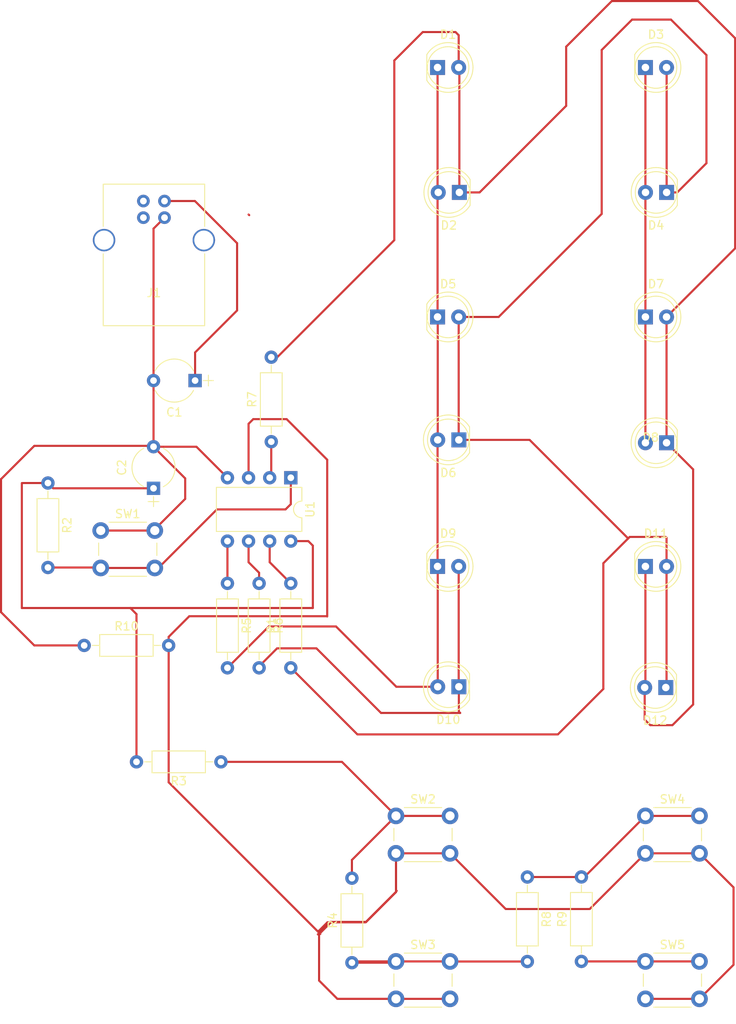
<source format=kicad_pcb>
(kicad_pcb (version 4) (host pcbnew 4.0.7-e2-6376~58~ubuntu16.04.1)

  (general
    (links 63)
    (no_connects 4)
    (area 34.674999 19.184999 123.615002 142.775)
    (thickness 1.6)
    (drawings 0)
    (tracks 189)
    (zones 0)
    (modules 31)
    (nets 20)
  )

  (page A4)
  (layers
    (0 F.Cu signal)
    (31 B.Cu signal)
    (32 B.Adhes user)
    (33 F.Adhes user)
    (34 B.Paste user)
    (35 F.Paste user)
    (36 B.SilkS user)
    (37 F.SilkS user)
    (38 B.Mask user)
    (39 F.Mask user)
    (40 Dwgs.User user)
    (41 Cmts.User user)
    (42 Eco1.User user)
    (43 Eco2.User user)
    (44 Edge.Cuts user)
    (45 Margin user)
    (46 B.CrtYd user)
    (47 F.CrtYd user)
    (48 B.Fab user)
    (49 F.Fab user)
  )

  (setup
    (last_trace_width 0.25)
    (trace_clearance 0.2)
    (zone_clearance 0.508)
    (zone_45_only no)
    (trace_min 0.2)
    (segment_width 0.2)
    (edge_width 0.15)
    (via_size 0.6)
    (via_drill 0.4)
    (via_min_size 0.4)
    (via_min_drill 0.3)
    (uvia_size 0.3)
    (uvia_drill 0.1)
    (uvias_allowed no)
    (uvia_min_size 0.2)
    (uvia_min_drill 0.1)
    (pcb_text_width 0.3)
    (pcb_text_size 1.5 1.5)
    (mod_edge_width 0.15)
    (mod_text_size 1 1)
    (mod_text_width 0.15)
    (pad_size 1.524 1.524)
    (pad_drill 0.762)
    (pad_to_mask_clearance 0.2)
    (aux_axis_origin 0 0)
    (visible_elements FFFFFF7F)
    (pcbplotparams
      (layerselection 0x00030_80000001)
      (usegerberextensions false)
      (excludeedgelayer true)
      (linewidth 0.100000)
      (plotframeref false)
      (viasonmask false)
      (mode 1)
      (useauxorigin false)
      (hpglpennumber 1)
      (hpglpenspeed 20)
      (hpglpendiameter 15)
      (hpglpenoverlay 2)
      (psnegative false)
      (psa4output false)
      (plotreference true)
      (plotvalue true)
      (plotinvisibletext false)
      (padsonsilk false)
      (subtractmaskfromsilk false)
      (outputformat 1)
      (mirror false)
      (drillshape 1)
      (scaleselection 1)
      (outputdirectory ""))
  )

  (net 0 "")
  (net 1 +5V)
  (net 2 GND)
  (net 3 "Net-(D1-Pad1)")
  (net 4 "Net-(D1-Pad2)")
  (net 5 "Net-(D10-Pad1)")
  (net 6 "Net-(D11-Pad2)")
  (net 7 "Net-(J1-Pad2)")
  (net 8 "Net-(J1-Pad3)")
  (net 9 "Net-(J1-Pad5)")
  (net 10 PIN_C)
  (net 11 Reset-Pin)
  (net 12 "Net-(R3-Pad1)")
  (net 13 "Net-(R4-Pad1)")
  (net 14 PIN_A)
  (net 15 PIN_B)
  (net 16 PIN_D)
  (net 17 "Net-(R8-Pad1)")
  (net 18 "Net-(R9-Pad1)")
  (net 19 ADC_Pin)

  (net_class Default "This is the default net class."
    (clearance 0.2)
    (trace_width 0.25)
    (via_dia 0.6)
    (via_drill 0.4)
    (uvia_dia 0.3)
    (uvia_drill 0.1)
    (add_net +5V)
    (add_net ADC_Pin)
    (add_net GND)
    (add_net "Net-(D1-Pad1)")
    (add_net "Net-(D1-Pad2)")
    (add_net "Net-(D10-Pad1)")
    (add_net "Net-(D11-Pad2)")
    (add_net "Net-(J1-Pad2)")
    (add_net "Net-(J1-Pad3)")
    (add_net "Net-(J1-Pad5)")
    (add_net "Net-(R3-Pad1)")
    (add_net "Net-(R4-Pad1)")
    (add_net "Net-(R8-Pad1)")
    (add_net "Net-(R9-Pad1)")
    (add_net PIN_A)
    (add_net PIN_B)
    (add_net PIN_C)
    (add_net PIN_D)
    (add_net Reset-Pin)
  )

  (module Capacitors_THT:CP_Radial_Tantal_D5.0mm_P5.00mm locked (layer F.Cu) (tedit 597C781B) (tstamp 5AC406C2)
    (at 58.34 65.15 180)
    (descr "CP, Radial_Tantal series, Radial, pin pitch=5.00mm, , diameter=5.0mm, Tantal Electrolytic Capacitor, http://cdn-reichelt.de/documents/datenblatt/B300/TANTAL-TB-Serie%23.pdf")
    (tags "CP Radial_Tantal series Radial pin pitch 5.00mm  diameter 5.0mm Tantal Electrolytic Capacitor")
    (path /5AC3FB9D)
    (fp_text reference C1 (at 2.5 -3.81 180) (layer F.SilkS)
      (effects (font (size 1 1) (thickness 0.15)))
    )
    (fp_text value 100n (at 2.5 3.81 180) (layer F.Fab)
      (effects (font (size 1 1) (thickness 0.15)))
    )
    (fp_arc (start 2.5 0) (end 0.19442 -1.18) (angle 125.8) (layer F.SilkS) (width 0.12))
    (fp_arc (start 2.5 0) (end 0.19442 1.18) (angle -125.8) (layer F.SilkS) (width 0.12))
    (fp_circle (center 2.5 0) (end 5 0) (layer F.Fab) (width 0.1))
    (fp_line (start -2.2 0) (end -1 0) (layer F.Fab) (width 0.1))
    (fp_line (start -1.6 -0.65) (end -1.6 0.65) (layer F.Fab) (width 0.1))
    (fp_line (start -2.2 0) (end -1 0) (layer F.SilkS) (width 0.12))
    (fp_line (start -1.6 -0.65) (end -1.6 0.65) (layer F.SilkS) (width 0.12))
    (fp_line (start -1.05 -2.85) (end -1.05 2.85) (layer F.CrtYd) (width 0.05))
    (fp_line (start -1.05 2.85) (end 6.05 2.85) (layer F.CrtYd) (width 0.05))
    (fp_line (start 6.05 2.85) (end 6.05 -2.85) (layer F.CrtYd) (width 0.05))
    (fp_line (start 6.05 -2.85) (end -1.05 -2.85) (layer F.CrtYd) (width 0.05))
    (fp_text user %R (at 2.5 0 180) (layer F.Fab)
      (effects (font (size 1 1) (thickness 0.15)))
    )
    (pad 1 thru_hole rect (at 0 0 180) (size 1.6 1.6) (drill 0.8) (layers *.Cu *.Mask)
      (net 1 +5V))
    (pad 2 thru_hole circle (at 5 0 180) (size 1.6 1.6) (drill 0.8) (layers *.Cu *.Mask)
      (net 2 GND))
    (model ${KISYS3DMOD}/Capacitors_THT.3dshapes/CP_Radial_Tantal_D5.0mm_P5.00mm.wrl
      (at (xyz 0 0 0))
      (scale (xyz 1 1 1))
      (rotate (xyz 0 0 0))
    )
  )

  (module Capacitors_THT:CP_Radial_Tantal_D5.0mm_P5.00mm locked (layer F.Cu) (tedit 597C781B) (tstamp 5AC406C8)
    (at 53.34 78.105 90)
    (descr "CP, Radial_Tantal series, Radial, pin pitch=5.00mm, , diameter=5.0mm, Tantal Electrolytic Capacitor, http://cdn-reichelt.de/documents/datenblatt/B300/TANTAL-TB-Serie%23.pdf")
    (tags "CP Radial_Tantal series Radial pin pitch 5.00mm  diameter 5.0mm Tantal Electrolytic Capacitor")
    (path /5AC40061)
    (fp_text reference C2 (at 2.5 -3.81 90) (layer F.SilkS)
      (effects (font (size 1 1) (thickness 0.15)))
    )
    (fp_text value 100n (at 2.5 3.81 90) (layer F.Fab)
      (effects (font (size 1 1) (thickness 0.15)))
    )
    (fp_arc (start 2.5 0) (end 0.19442 -1.18) (angle 125.8) (layer F.SilkS) (width 0.12))
    (fp_arc (start 2.5 0) (end 0.19442 1.18) (angle -125.8) (layer F.SilkS) (width 0.12))
    (fp_circle (center 2.5 0) (end 5 0) (layer F.Fab) (width 0.1))
    (fp_line (start -2.2 0) (end -1 0) (layer F.Fab) (width 0.1))
    (fp_line (start -1.6 -0.65) (end -1.6 0.65) (layer F.Fab) (width 0.1))
    (fp_line (start -2.2 0) (end -1 0) (layer F.SilkS) (width 0.12))
    (fp_line (start -1.6 -0.65) (end -1.6 0.65) (layer F.SilkS) (width 0.12))
    (fp_line (start -1.05 -2.85) (end -1.05 2.85) (layer F.CrtYd) (width 0.05))
    (fp_line (start -1.05 2.85) (end 6.05 2.85) (layer F.CrtYd) (width 0.05))
    (fp_line (start 6.05 2.85) (end 6.05 -2.85) (layer F.CrtYd) (width 0.05))
    (fp_line (start 6.05 -2.85) (end -1.05 -2.85) (layer F.CrtYd) (width 0.05))
    (fp_text user %R (at 2.5 0 90) (layer F.Fab)
      (effects (font (size 1 1) (thickness 0.15)))
    )
    (pad 1 thru_hole rect (at 0 0 90) (size 1.6 1.6) (drill 0.8) (layers *.Cu *.Mask)
      (net 1 +5V))
    (pad 2 thru_hole circle (at 5 0 90) (size 1.6 1.6) (drill 0.8) (layers *.Cu *.Mask)
      (net 2 GND))
    (model ${KISYS3DMOD}/Capacitors_THT.3dshapes/CP_Radial_Tantal_D5.0mm_P5.00mm.wrl
      (at (xyz 0 0 0))
      (scale (xyz 1 1 1))
      (rotate (xyz 0 0 0))
    )
  )

  (module LEDs:LED_D5.0mm locked (layer F.Cu) (tedit 5995936A) (tstamp 5AC406CE)
    (at 87.5 27.5)
    (descr "LED, diameter 5.0mm, 2 pins, http://cdn-reichelt.de/documents/datenblatt/A500/LL-504BC2E-009.pdf")
    (tags "LED diameter 5.0mm 2 pins")
    (path /5AC42E2F)
    (fp_text reference D1 (at 1.27 -3.96) (layer F.SilkS)
      (effects (font (size 1 1) (thickness 0.15)))
    )
    (fp_text value LED (at 1.27 3.96) (layer F.Fab)
      (effects (font (size 1 1) (thickness 0.15)))
    )
    (fp_arc (start 1.27 0) (end -1.23 -1.469694) (angle 299.1) (layer F.Fab) (width 0.1))
    (fp_arc (start 1.27 0) (end -1.29 -1.54483) (angle 148.9) (layer F.SilkS) (width 0.12))
    (fp_arc (start 1.27 0) (end -1.29 1.54483) (angle -148.9) (layer F.SilkS) (width 0.12))
    (fp_circle (center 1.27 0) (end 3.77 0) (layer F.Fab) (width 0.1))
    (fp_circle (center 1.27 0) (end 3.77 0) (layer F.SilkS) (width 0.12))
    (fp_line (start -1.23 -1.469694) (end -1.23 1.469694) (layer F.Fab) (width 0.1))
    (fp_line (start -1.29 -1.545) (end -1.29 1.545) (layer F.SilkS) (width 0.12))
    (fp_line (start -1.95 -3.25) (end -1.95 3.25) (layer F.CrtYd) (width 0.05))
    (fp_line (start -1.95 3.25) (end 4.5 3.25) (layer F.CrtYd) (width 0.05))
    (fp_line (start 4.5 3.25) (end 4.5 -3.25) (layer F.CrtYd) (width 0.05))
    (fp_line (start 4.5 -3.25) (end -1.95 -3.25) (layer F.CrtYd) (width 0.05))
    (fp_text user %R (at 1.25 0) (layer F.Fab)
      (effects (font (size 0.8 0.8) (thickness 0.2)))
    )
    (pad 1 thru_hole rect (at 0 0) (size 1.8 1.8) (drill 0.9) (layers *.Cu *.Mask)
      (net 3 "Net-(D1-Pad1)"))
    (pad 2 thru_hole circle (at 2.54 0) (size 1.8 1.8) (drill 0.9) (layers *.Cu *.Mask)
      (net 4 "Net-(D1-Pad2)"))
    (model ${KISYS3DMOD}/LEDs.3dshapes/LED_D5.0mm.wrl
      (at (xyz 0 0 0))
      (scale (xyz 0.393701 0.393701 0.393701))
      (rotate (xyz 0 0 0))
    )
  )

  (module LEDs:LED_D5.0mm locked (layer F.Cu) (tedit 5995936A) (tstamp 5AC406D4)
    (at 90.125 42.525 180)
    (descr "LED, diameter 5.0mm, 2 pins, http://cdn-reichelt.de/documents/datenblatt/A500/LL-504BC2E-009.pdf")
    (tags "LED diameter 5.0mm 2 pins")
    (path /5AC42E35)
    (fp_text reference D2 (at 1.27 -3.96 180) (layer F.SilkS)
      (effects (font (size 1 1) (thickness 0.15)))
    )
    (fp_text value LED (at 1.27 3.96 180) (layer F.Fab)
      (effects (font (size 1 1) (thickness 0.15)))
    )
    (fp_arc (start 1.27 0) (end -1.23 -1.469694) (angle 299.1) (layer F.Fab) (width 0.1))
    (fp_arc (start 1.27 0) (end -1.29 -1.54483) (angle 148.9) (layer F.SilkS) (width 0.12))
    (fp_arc (start 1.27 0) (end -1.29 1.54483) (angle -148.9) (layer F.SilkS) (width 0.12))
    (fp_circle (center 1.27 0) (end 3.77 0) (layer F.Fab) (width 0.1))
    (fp_circle (center 1.27 0) (end 3.77 0) (layer F.SilkS) (width 0.12))
    (fp_line (start -1.23 -1.469694) (end -1.23 1.469694) (layer F.Fab) (width 0.1))
    (fp_line (start -1.29 -1.545) (end -1.29 1.545) (layer F.SilkS) (width 0.12))
    (fp_line (start -1.95 -3.25) (end -1.95 3.25) (layer F.CrtYd) (width 0.05))
    (fp_line (start -1.95 3.25) (end 4.5 3.25) (layer F.CrtYd) (width 0.05))
    (fp_line (start 4.5 3.25) (end 4.5 -3.25) (layer F.CrtYd) (width 0.05))
    (fp_line (start 4.5 -3.25) (end -1.95 -3.25) (layer F.CrtYd) (width 0.05))
    (fp_text user %R (at 1.25 0 180) (layer F.Fab)
      (effects (font (size 0.8 0.8) (thickness 0.2)))
    )
    (pad 1 thru_hole rect (at 0 0 180) (size 1.8 1.8) (drill 0.9) (layers *.Cu *.Mask)
      (net 4 "Net-(D1-Pad2)"))
    (pad 2 thru_hole circle (at 2.54 0 180) (size 1.8 1.8) (drill 0.9) (layers *.Cu *.Mask)
      (net 3 "Net-(D1-Pad1)"))
    (model ${KISYS3DMOD}/LEDs.3dshapes/LED_D5.0mm.wrl
      (at (xyz 0 0 0))
      (scale (xyz 0.393701 0.393701 0.393701))
      (rotate (xyz 0 0 0))
    )
  )

  (module LEDs:LED_D5.0mm locked (layer F.Cu) (tedit 5995936A) (tstamp 5AC406DA)
    (at 112.5 27.5)
    (descr "LED, diameter 5.0mm, 2 pins, http://cdn-reichelt.de/documents/datenblatt/A500/LL-504BC2E-009.pdf")
    (tags "LED diameter 5.0mm 2 pins")
    (path /5AC3F96E)
    (fp_text reference D3 (at 1.27 -3.96) (layer F.SilkS)
      (effects (font (size 1 1) (thickness 0.15)))
    )
    (fp_text value LED (at 1.27 3.96) (layer F.Fab)
      (effects (font (size 1 1) (thickness 0.15)))
    )
    (fp_arc (start 1.27 0) (end -1.23 -1.469694) (angle 299.1) (layer F.Fab) (width 0.1))
    (fp_arc (start 1.27 0) (end -1.29 -1.54483) (angle 148.9) (layer F.SilkS) (width 0.12))
    (fp_arc (start 1.27 0) (end -1.29 1.54483) (angle -148.9) (layer F.SilkS) (width 0.12))
    (fp_circle (center 1.27 0) (end 3.77 0) (layer F.Fab) (width 0.1))
    (fp_circle (center 1.27 0) (end 3.77 0) (layer F.SilkS) (width 0.12))
    (fp_line (start -1.23 -1.469694) (end -1.23 1.469694) (layer F.Fab) (width 0.1))
    (fp_line (start -1.29 -1.545) (end -1.29 1.545) (layer F.SilkS) (width 0.12))
    (fp_line (start -1.95 -3.25) (end -1.95 3.25) (layer F.CrtYd) (width 0.05))
    (fp_line (start -1.95 3.25) (end 4.5 3.25) (layer F.CrtYd) (width 0.05))
    (fp_line (start 4.5 3.25) (end 4.5 -3.25) (layer F.CrtYd) (width 0.05))
    (fp_line (start 4.5 -3.25) (end -1.95 -3.25) (layer F.CrtYd) (width 0.05))
    (fp_text user %R (at 1.25 0) (layer F.Fab)
      (effects (font (size 0.8 0.8) (thickness 0.2)))
    )
    (pad 1 thru_hole rect (at 0 0) (size 1.8 1.8) (drill 0.9) (layers *.Cu *.Mask)
      (net 5 "Net-(D10-Pad1)"))
    (pad 2 thru_hole circle (at 2.54 0) (size 1.8 1.8) (drill 0.9) (layers *.Cu *.Mask)
      (net 6 "Net-(D11-Pad2)"))
    (model ${KISYS3DMOD}/LEDs.3dshapes/LED_D5.0mm.wrl
      (at (xyz 0 0 0))
      (scale (xyz 0.393701 0.393701 0.393701))
      (rotate (xyz 0 0 0))
    )
  )

  (module LEDs:LED_D5.0mm locked (layer F.Cu) (tedit 5995936A) (tstamp 5AC406E0)
    (at 115.05 42.525 180)
    (descr "LED, diameter 5.0mm, 2 pins, http://cdn-reichelt.de/documents/datenblatt/A500/LL-504BC2E-009.pdf")
    (tags "LED diameter 5.0mm 2 pins")
    (path /5AC4284F)
    (fp_text reference D4 (at 1.27 -3.96 180) (layer F.SilkS)
      (effects (font (size 1 1) (thickness 0.15)))
    )
    (fp_text value LED (at 1.27 3.96 180) (layer F.Fab)
      (effects (font (size 1 1) (thickness 0.15)))
    )
    (fp_arc (start 1.27 0) (end -1.23 -1.469694) (angle 299.1) (layer F.Fab) (width 0.1))
    (fp_arc (start 1.27 0) (end -1.29 -1.54483) (angle 148.9) (layer F.SilkS) (width 0.12))
    (fp_arc (start 1.27 0) (end -1.29 1.54483) (angle -148.9) (layer F.SilkS) (width 0.12))
    (fp_circle (center 1.27 0) (end 3.77 0) (layer F.Fab) (width 0.1))
    (fp_circle (center 1.27 0) (end 3.77 0) (layer F.SilkS) (width 0.12))
    (fp_line (start -1.23 -1.469694) (end -1.23 1.469694) (layer F.Fab) (width 0.1))
    (fp_line (start -1.29 -1.545) (end -1.29 1.545) (layer F.SilkS) (width 0.12))
    (fp_line (start -1.95 -3.25) (end -1.95 3.25) (layer F.CrtYd) (width 0.05))
    (fp_line (start -1.95 3.25) (end 4.5 3.25) (layer F.CrtYd) (width 0.05))
    (fp_line (start 4.5 3.25) (end 4.5 -3.25) (layer F.CrtYd) (width 0.05))
    (fp_line (start 4.5 -3.25) (end -1.95 -3.25) (layer F.CrtYd) (width 0.05))
    (fp_text user %R (at 1.25 0 180) (layer F.Fab)
      (effects (font (size 0.8 0.8) (thickness 0.2)))
    )
    (pad 1 thru_hole rect (at 0 0 180) (size 1.8 1.8) (drill 0.9) (layers *.Cu *.Mask)
      (net 6 "Net-(D11-Pad2)"))
    (pad 2 thru_hole circle (at 2.54 0 180) (size 1.8 1.8) (drill 0.9) (layers *.Cu *.Mask)
      (net 5 "Net-(D10-Pad1)"))
    (model ${KISYS3DMOD}/LEDs.3dshapes/LED_D5.0mm.wrl
      (at (xyz 0 0 0))
      (scale (xyz 0.393701 0.393701 0.393701))
      (rotate (xyz 0 0 0))
    )
  )

  (module LEDs:LED_D5.0mm locked (layer F.Cu) (tedit 5995936A) (tstamp 5AC406E6)
    (at 87.5 57.5)
    (descr "LED, diameter 5.0mm, 2 pins, http://cdn-reichelt.de/documents/datenblatt/A500/LL-504BC2E-009.pdf")
    (tags "LED diameter 5.0mm 2 pins")
    (path /5AC42E3D)
    (fp_text reference D5 (at 1.27 -3.96) (layer F.SilkS)
      (effects (font (size 1 1) (thickness 0.15)))
    )
    (fp_text value LED (at 1.27 3.96) (layer F.Fab)
      (effects (font (size 1 1) (thickness 0.15)))
    )
    (fp_arc (start 1.27 0) (end -1.23 -1.469694) (angle 299.1) (layer F.Fab) (width 0.1))
    (fp_arc (start 1.27 0) (end -1.29 -1.54483) (angle 148.9) (layer F.SilkS) (width 0.12))
    (fp_arc (start 1.27 0) (end -1.29 1.54483) (angle -148.9) (layer F.SilkS) (width 0.12))
    (fp_circle (center 1.27 0) (end 3.77 0) (layer F.Fab) (width 0.1))
    (fp_circle (center 1.27 0) (end 3.77 0) (layer F.SilkS) (width 0.12))
    (fp_line (start -1.23 -1.469694) (end -1.23 1.469694) (layer F.Fab) (width 0.1))
    (fp_line (start -1.29 -1.545) (end -1.29 1.545) (layer F.SilkS) (width 0.12))
    (fp_line (start -1.95 -3.25) (end -1.95 3.25) (layer F.CrtYd) (width 0.05))
    (fp_line (start -1.95 3.25) (end 4.5 3.25) (layer F.CrtYd) (width 0.05))
    (fp_line (start 4.5 3.25) (end 4.5 -3.25) (layer F.CrtYd) (width 0.05))
    (fp_line (start 4.5 -3.25) (end -1.95 -3.25) (layer F.CrtYd) (width 0.05))
    (fp_text user %R (at 1.25 0) (layer F.Fab)
      (effects (font (size 0.8 0.8) (thickness 0.2)))
    )
    (pad 1 thru_hole rect (at 0 0) (size 1.8 1.8) (drill 0.9) (layers *.Cu *.Mask)
      (net 3 "Net-(D1-Pad1)"))
    (pad 2 thru_hole circle (at 2.54 0) (size 1.8 1.8) (drill 0.9) (layers *.Cu *.Mask)
      (net 6 "Net-(D11-Pad2)"))
    (model ${KISYS3DMOD}/LEDs.3dshapes/LED_D5.0mm.wrl
      (at (xyz 0 0 0))
      (scale (xyz 0.393701 0.393701 0.393701))
      (rotate (xyz 0 0 0))
    )
  )

  (module LEDs:LED_D5.0mm locked (layer F.Cu) (tedit 5995936A) (tstamp 5AC406EC)
    (at 90.06 72.28 180)
    (descr "LED, diameter 5.0mm, 2 pins, http://cdn-reichelt.de/documents/datenblatt/A500/LL-504BC2E-009.pdf")
    (tags "LED diameter 5.0mm 2 pins")
    (path /5AC42E43)
    (fp_text reference D6 (at 1.27 -3.96 180) (layer F.SilkS)
      (effects (font (size 1 1) (thickness 0.15)))
    )
    (fp_text value LED (at 1.27 3.96 180) (layer F.Fab)
      (effects (font (size 1 1) (thickness 0.15)))
    )
    (fp_arc (start 1.27 0) (end -1.23 -1.469694) (angle 299.1) (layer F.Fab) (width 0.1))
    (fp_arc (start 1.27 0) (end -1.29 -1.54483) (angle 148.9) (layer F.SilkS) (width 0.12))
    (fp_arc (start 1.27 0) (end -1.29 1.54483) (angle -148.9) (layer F.SilkS) (width 0.12))
    (fp_circle (center 1.27 0) (end 3.77 0) (layer F.Fab) (width 0.1))
    (fp_circle (center 1.27 0) (end 3.77 0) (layer F.SilkS) (width 0.12))
    (fp_line (start -1.23 -1.469694) (end -1.23 1.469694) (layer F.Fab) (width 0.1))
    (fp_line (start -1.29 -1.545) (end -1.29 1.545) (layer F.SilkS) (width 0.12))
    (fp_line (start -1.95 -3.25) (end -1.95 3.25) (layer F.CrtYd) (width 0.05))
    (fp_line (start -1.95 3.25) (end 4.5 3.25) (layer F.CrtYd) (width 0.05))
    (fp_line (start 4.5 3.25) (end 4.5 -3.25) (layer F.CrtYd) (width 0.05))
    (fp_line (start 4.5 -3.25) (end -1.95 -3.25) (layer F.CrtYd) (width 0.05))
    (fp_text user %R (at 1.25 0 180) (layer F.Fab)
      (effects (font (size 0.8 0.8) (thickness 0.2)))
    )
    (pad 1 thru_hole rect (at 0 0 180) (size 1.8 1.8) (drill 0.9) (layers *.Cu *.Mask)
      (net 6 "Net-(D11-Pad2)"))
    (pad 2 thru_hole circle (at 2.54 0 180) (size 1.8 1.8) (drill 0.9) (layers *.Cu *.Mask)
      (net 3 "Net-(D1-Pad1)"))
    (model ${KISYS3DMOD}/LEDs.3dshapes/LED_D5.0mm.wrl
      (at (xyz 0 0 0))
      (scale (xyz 0.393701 0.393701 0.393701))
      (rotate (xyz 0 0 0))
    )
  )

  (module LEDs:LED_D5.0mm locked (layer F.Cu) (tedit 5995936A) (tstamp 5AC406F2)
    (at 112.5 57.5)
    (descr "LED, diameter 5.0mm, 2 pins, http://cdn-reichelt.de/documents/datenblatt/A500/LL-504BC2E-009.pdf")
    (tags "LED diameter 5.0mm 2 pins")
    (path /5AC42AC8)
    (fp_text reference D7 (at 1.27 -3.96) (layer F.SilkS)
      (effects (font (size 1 1) (thickness 0.15)))
    )
    (fp_text value LED (at 1.27 3.96) (layer F.Fab)
      (effects (font (size 1 1) (thickness 0.15)))
    )
    (fp_arc (start 1.27 0) (end -1.23 -1.469694) (angle 299.1) (layer F.Fab) (width 0.1))
    (fp_arc (start 1.27 0) (end -1.29 -1.54483) (angle 148.9) (layer F.SilkS) (width 0.12))
    (fp_arc (start 1.27 0) (end -1.29 1.54483) (angle -148.9) (layer F.SilkS) (width 0.12))
    (fp_circle (center 1.27 0) (end 3.77 0) (layer F.Fab) (width 0.1))
    (fp_circle (center 1.27 0) (end 3.77 0) (layer F.SilkS) (width 0.12))
    (fp_line (start -1.23 -1.469694) (end -1.23 1.469694) (layer F.Fab) (width 0.1))
    (fp_line (start -1.29 -1.545) (end -1.29 1.545) (layer F.SilkS) (width 0.12))
    (fp_line (start -1.95 -3.25) (end -1.95 3.25) (layer F.CrtYd) (width 0.05))
    (fp_line (start -1.95 3.25) (end 4.5 3.25) (layer F.CrtYd) (width 0.05))
    (fp_line (start 4.5 3.25) (end 4.5 -3.25) (layer F.CrtYd) (width 0.05))
    (fp_line (start 4.5 -3.25) (end -1.95 -3.25) (layer F.CrtYd) (width 0.05))
    (fp_text user %R (at 1.25 0) (layer F.Fab)
      (effects (font (size 0.8 0.8) (thickness 0.2)))
    )
    (pad 1 thru_hole rect (at 0 0) (size 1.8 1.8) (drill 0.9) (layers *.Cu *.Mask)
      (net 5 "Net-(D10-Pad1)"))
    (pad 2 thru_hole circle (at 2.54 0) (size 1.8 1.8) (drill 0.9) (layers *.Cu *.Mask)
      (net 4 "Net-(D1-Pad2)"))
    (model ${KISYS3DMOD}/LEDs.3dshapes/LED_D5.0mm.wrl
      (at (xyz 0 0 0))
      (scale (xyz 0.393701 0.393701 0.393701))
      (rotate (xyz 0 0 0))
    )
  )

  (module LEDs:LED_D5.0mm locked (layer F.Cu) (tedit 5AC40CA2) (tstamp 5AC406F8)
    (at 115.04 72.63 180)
    (descr "LED, diameter 5.0mm, 2 pins, http://cdn-reichelt.de/documents/datenblatt/A500/LL-504BC2E-009.pdf")
    (tags "LED diameter 5.0mm 2 pins")
    (path /5AC42ACE)
    (fp_text reference D8 (at 1.905 0.635 180) (layer F.SilkS)
      (effects (font (size 1 1) (thickness 0.15)))
    )
    (fp_text value LED (at 1.27 3.96 180) (layer F.Fab)
      (effects (font (size 1 1) (thickness 0.15)))
    )
    (fp_arc (start 1.27 0) (end -1.23 -1.469694) (angle 299.1) (layer F.Fab) (width 0.1))
    (fp_arc (start 1.27 0) (end -1.29 -1.54483) (angle 148.9) (layer F.SilkS) (width 0.12))
    (fp_arc (start 1.27 0) (end -1.29 1.54483) (angle -148.9) (layer F.SilkS) (width 0.12))
    (fp_circle (center 1.27 0) (end 3.77 0) (layer F.Fab) (width 0.1))
    (fp_circle (center 1.27 0) (end 3.77 0) (layer F.SilkS) (width 0.12))
    (fp_line (start -1.23 -1.469694) (end -1.23 1.469694) (layer F.Fab) (width 0.1))
    (fp_line (start -1.29 -1.545) (end -1.29 1.545) (layer F.SilkS) (width 0.12))
    (fp_line (start -1.95 -3.25) (end -1.95 3.25) (layer F.CrtYd) (width 0.05))
    (fp_line (start -1.95 3.25) (end 4.5 3.25) (layer F.CrtYd) (width 0.05))
    (fp_line (start 4.5 3.25) (end 4.5 -3.25) (layer F.CrtYd) (width 0.05))
    (fp_line (start 4.5 -3.25) (end -1.95 -3.25) (layer F.CrtYd) (width 0.05))
    (fp_text user %R (at 1.25 0 180) (layer F.Fab)
      (effects (font (size 0.8 0.8) (thickness 0.2)))
    )
    (pad 1 thru_hole rect (at 0 0 180) (size 1.8 1.8) (drill 0.9) (layers *.Cu *.Mask)
      (net 4 "Net-(D1-Pad2)"))
    (pad 2 thru_hole circle (at 2.54 0 180) (size 1.8 1.8) (drill 0.9) (layers *.Cu *.Mask)
      (net 5 "Net-(D10-Pad1)"))
    (model ${KISYS3DMOD}/LEDs.3dshapes/LED_D5.0mm.wrl
      (at (xyz 0 0 0))
      (scale (xyz 0.393701 0.393701 0.393701))
      (rotate (xyz 0 0 0))
    )
  )

  (module LEDs:LED_D5.0mm locked (layer F.Cu) (tedit 5995936A) (tstamp 5AC406FE)
    (at 87.5 87.5)
    (descr "LED, diameter 5.0mm, 2 pins, http://cdn-reichelt.de/documents/datenblatt/A500/LL-504BC2E-009.pdf")
    (tags "LED diameter 5.0mm 2 pins")
    (path /5AC42E4B)
    (fp_text reference D9 (at 1.27 -3.96) (layer F.SilkS)
      (effects (font (size 1 1) (thickness 0.15)))
    )
    (fp_text value LED (at 1.27 3.96) (layer F.Fab)
      (effects (font (size 1 1) (thickness 0.15)))
    )
    (fp_arc (start 1.27 0) (end -1.23 -1.469694) (angle 299.1) (layer F.Fab) (width 0.1))
    (fp_arc (start 1.27 0) (end -1.29 -1.54483) (angle 148.9) (layer F.SilkS) (width 0.12))
    (fp_arc (start 1.27 0) (end -1.29 1.54483) (angle -148.9) (layer F.SilkS) (width 0.12))
    (fp_circle (center 1.27 0) (end 3.77 0) (layer F.Fab) (width 0.1))
    (fp_circle (center 1.27 0) (end 3.77 0) (layer F.SilkS) (width 0.12))
    (fp_line (start -1.23 -1.469694) (end -1.23 1.469694) (layer F.Fab) (width 0.1))
    (fp_line (start -1.29 -1.545) (end -1.29 1.545) (layer F.SilkS) (width 0.12))
    (fp_line (start -1.95 -3.25) (end -1.95 3.25) (layer F.CrtYd) (width 0.05))
    (fp_line (start -1.95 3.25) (end 4.5 3.25) (layer F.CrtYd) (width 0.05))
    (fp_line (start 4.5 3.25) (end 4.5 -3.25) (layer F.CrtYd) (width 0.05))
    (fp_line (start 4.5 -3.25) (end -1.95 -3.25) (layer F.CrtYd) (width 0.05))
    (fp_text user %R (at 1.25 0) (layer F.Fab)
      (effects (font (size 0.8 0.8) (thickness 0.2)))
    )
    (pad 1 thru_hole rect (at 0 0) (size 1.8 1.8) (drill 0.9) (layers *.Cu *.Mask)
      (net 3 "Net-(D1-Pad1)"))
    (pad 2 thru_hole circle (at 2.54 0) (size 1.8 1.8) (drill 0.9) (layers *.Cu *.Mask)
      (net 5 "Net-(D10-Pad1)"))
    (model ${KISYS3DMOD}/LEDs.3dshapes/LED_D5.0mm.wrl
      (at (xyz 0 0 0))
      (scale (xyz 0.393701 0.393701 0.393701))
      (rotate (xyz 0 0 0))
    )
  )

  (module LEDs:LED_D5.0mm locked (layer F.Cu) (tedit 5995936A) (tstamp 5AC40704)
    (at 90.06 101.97 180)
    (descr "LED, diameter 5.0mm, 2 pins, http://cdn-reichelt.de/documents/datenblatt/A500/LL-504BC2E-009.pdf")
    (tags "LED diameter 5.0mm 2 pins")
    (path /5AC42E51)
    (fp_text reference D10 (at 1.27 -3.96 180) (layer F.SilkS)
      (effects (font (size 1 1) (thickness 0.15)))
    )
    (fp_text value LED (at 1.27 3.96 180) (layer F.Fab)
      (effects (font (size 1 1) (thickness 0.15)))
    )
    (fp_arc (start 1.27 0) (end -1.23 -1.469694) (angle 299.1) (layer F.Fab) (width 0.1))
    (fp_arc (start 1.27 0) (end -1.29 -1.54483) (angle 148.9) (layer F.SilkS) (width 0.12))
    (fp_arc (start 1.27 0) (end -1.29 1.54483) (angle -148.9) (layer F.SilkS) (width 0.12))
    (fp_circle (center 1.27 0) (end 3.77 0) (layer F.Fab) (width 0.1))
    (fp_circle (center 1.27 0) (end 3.77 0) (layer F.SilkS) (width 0.12))
    (fp_line (start -1.23 -1.469694) (end -1.23 1.469694) (layer F.Fab) (width 0.1))
    (fp_line (start -1.29 -1.545) (end -1.29 1.545) (layer F.SilkS) (width 0.12))
    (fp_line (start -1.95 -3.25) (end -1.95 3.25) (layer F.CrtYd) (width 0.05))
    (fp_line (start -1.95 3.25) (end 4.5 3.25) (layer F.CrtYd) (width 0.05))
    (fp_line (start 4.5 3.25) (end 4.5 -3.25) (layer F.CrtYd) (width 0.05))
    (fp_line (start 4.5 -3.25) (end -1.95 -3.25) (layer F.CrtYd) (width 0.05))
    (fp_text user %R (at 1.25 0 180) (layer F.Fab)
      (effects (font (size 0.8 0.8) (thickness 0.2)))
    )
    (pad 1 thru_hole rect (at 0 0 180) (size 1.8 1.8) (drill 0.9) (layers *.Cu *.Mask)
      (net 5 "Net-(D10-Pad1)"))
    (pad 2 thru_hole circle (at 2.54 0 180) (size 1.8 1.8) (drill 0.9) (layers *.Cu *.Mask)
      (net 3 "Net-(D1-Pad1)"))
    (model ${KISYS3DMOD}/LEDs.3dshapes/LED_D5.0mm.wrl
      (at (xyz 0 0 0))
      (scale (xyz 0.393701 0.393701 0.393701))
      (rotate (xyz 0 0 0))
    )
  )

  (module LEDs:LED_D5.0mm locked (layer F.Cu) (tedit 5995936A) (tstamp 5AC4070A)
    (at 112.5 87.5)
    (descr "LED, diameter 5.0mm, 2 pins, http://cdn-reichelt.de/documents/datenblatt/A500/LL-504BC2E-009.pdf")
    (tags "LED diameter 5.0mm 2 pins")
    (path /5AC42BE8)
    (fp_text reference D11 (at 1.27 -3.96) (layer F.SilkS)
      (effects (font (size 1 1) (thickness 0.15)))
    )
    (fp_text value LED (at 1.27 3.96) (layer F.Fab)
      (effects (font (size 1 1) (thickness 0.15)))
    )
    (fp_arc (start 1.27 0) (end -1.23 -1.469694) (angle 299.1) (layer F.Fab) (width 0.1))
    (fp_arc (start 1.27 0) (end -1.29 -1.54483) (angle 148.9) (layer F.SilkS) (width 0.12))
    (fp_arc (start 1.27 0) (end -1.29 1.54483) (angle -148.9) (layer F.SilkS) (width 0.12))
    (fp_circle (center 1.27 0) (end 3.77 0) (layer F.Fab) (width 0.1))
    (fp_circle (center 1.27 0) (end 3.77 0) (layer F.SilkS) (width 0.12))
    (fp_line (start -1.23 -1.469694) (end -1.23 1.469694) (layer F.Fab) (width 0.1))
    (fp_line (start -1.29 -1.545) (end -1.29 1.545) (layer F.SilkS) (width 0.12))
    (fp_line (start -1.95 -3.25) (end -1.95 3.25) (layer F.CrtYd) (width 0.05))
    (fp_line (start -1.95 3.25) (end 4.5 3.25) (layer F.CrtYd) (width 0.05))
    (fp_line (start 4.5 3.25) (end 4.5 -3.25) (layer F.CrtYd) (width 0.05))
    (fp_line (start 4.5 -3.25) (end -1.95 -3.25) (layer F.CrtYd) (width 0.05))
    (fp_text user %R (at 1.25 0) (layer F.Fab)
      (effects (font (size 0.8 0.8) (thickness 0.2)))
    )
    (pad 1 thru_hole rect (at 0 0) (size 1.8 1.8) (drill 0.9) (layers *.Cu *.Mask)
      (net 4 "Net-(D1-Pad2)"))
    (pad 2 thru_hole circle (at 2.54 0) (size 1.8 1.8) (drill 0.9) (layers *.Cu *.Mask)
      (net 6 "Net-(D11-Pad2)"))
    (model ${KISYS3DMOD}/LEDs.3dshapes/LED_D5.0mm.wrl
      (at (xyz 0 0 0))
      (scale (xyz 0.393701 0.393701 0.393701))
      (rotate (xyz 0 0 0))
    )
  )

  (module LEDs:LED_D5.0mm locked (layer F.Cu) (tedit 5995936A) (tstamp 5AC40710)
    (at 114.95 102.06 180)
    (descr "LED, diameter 5.0mm, 2 pins, http://cdn-reichelt.de/documents/datenblatt/A500/LL-504BC2E-009.pdf")
    (tags "LED diameter 5.0mm 2 pins")
    (path /5AC42BEE)
    (fp_text reference D12 (at 1.27 -3.96 180) (layer F.SilkS)
      (effects (font (size 1 1) (thickness 0.15)))
    )
    (fp_text value LED (at 1.27 3.96 180) (layer F.Fab)
      (effects (font (size 1 1) (thickness 0.15)))
    )
    (fp_arc (start 1.27 0) (end -1.23 -1.469694) (angle 299.1) (layer F.Fab) (width 0.1))
    (fp_arc (start 1.27 0) (end -1.29 -1.54483) (angle 148.9) (layer F.SilkS) (width 0.12))
    (fp_arc (start 1.27 0) (end -1.29 1.54483) (angle -148.9) (layer F.SilkS) (width 0.12))
    (fp_circle (center 1.27 0) (end 3.77 0) (layer F.Fab) (width 0.1))
    (fp_circle (center 1.27 0) (end 3.77 0) (layer F.SilkS) (width 0.12))
    (fp_line (start -1.23 -1.469694) (end -1.23 1.469694) (layer F.Fab) (width 0.1))
    (fp_line (start -1.29 -1.545) (end -1.29 1.545) (layer F.SilkS) (width 0.12))
    (fp_line (start -1.95 -3.25) (end -1.95 3.25) (layer F.CrtYd) (width 0.05))
    (fp_line (start -1.95 3.25) (end 4.5 3.25) (layer F.CrtYd) (width 0.05))
    (fp_line (start 4.5 3.25) (end 4.5 -3.25) (layer F.CrtYd) (width 0.05))
    (fp_line (start 4.5 -3.25) (end -1.95 -3.25) (layer F.CrtYd) (width 0.05))
    (fp_text user %R (at 1.25 0 180) (layer F.Fab)
      (effects (font (size 0.8 0.8) (thickness 0.2)))
    )
    (pad 1 thru_hole rect (at 0 0 180) (size 1.8 1.8) (drill 0.9) (layers *.Cu *.Mask)
      (net 6 "Net-(D11-Pad2)"))
    (pad 2 thru_hole circle (at 2.54 0 180) (size 1.8 1.8) (drill 0.9) (layers *.Cu *.Mask)
      (net 4 "Net-(D1-Pad2)"))
    (model ${KISYS3DMOD}/LEDs.3dshapes/LED_D5.0mm.wrl
      (at (xyz 0 0 0))
      (scale (xyz 0.393701 0.393701 0.393701))
      (rotate (xyz 0 0 0))
    )
  )

  (module Connectors:USB_B locked (layer F.Cu) (tedit 55B36073) (tstamp 5AC4071A)
    (at 54.66 43.56 270)
    (descr "USB B connector")
    (tags "USB_B USB_DEV")
    (path /5AC45098)
    (fp_text reference J1 (at 11.05 1.27 360) (layer F.SilkS)
      (effects (font (size 1 1) (thickness 0.15)))
    )
    (fp_text value USB_B (at 4.7 1.27 360) (layer F.Fab)
      (effects (font (size 1 1) (thickness 0.15)))
    )
    (fp_line (start 15.25 8.9) (end -2.3 8.9) (layer F.CrtYd) (width 0.05))
    (fp_line (start -2.3 8.9) (end -2.3 -6.35) (layer F.CrtYd) (width 0.05))
    (fp_line (start -2.3 -6.35) (end 15.25 -6.35) (layer F.CrtYd) (width 0.05))
    (fp_line (start 15.25 -6.35) (end 15.25 8.9) (layer F.CrtYd) (width 0.05))
    (fp_line (start 6.35 7.37) (end 14.99 7.37) (layer F.SilkS) (width 0.12))
    (fp_line (start -2.03 7.37) (end 3.05 7.37) (layer F.SilkS) (width 0.12))
    (fp_line (start 6.35 -4.83) (end 14.99 -4.83) (layer F.SilkS) (width 0.12))
    (fp_line (start -2.03 -4.83) (end 3.05 -4.83) (layer F.SilkS) (width 0.12))
    (fp_line (start 14.99 -4.83) (end 14.99 7.37) (layer F.SilkS) (width 0.12))
    (fp_line (start -2.03 7.37) (end -2.03 -4.83) (layer F.SilkS) (width 0.12))
    (pad 2 thru_hole circle (at 0 2.54 180) (size 1.52 1.52) (drill 0.81) (layers *.Cu *.Mask)
      (net 7 "Net-(J1-Pad2)"))
    (pad 1 thru_hole circle (at 0 0 180) (size 1.52 1.52) (drill 0.81) (layers *.Cu *.Mask)
      (net 1 +5V))
    (pad 4 thru_hole circle (at 2 0 180) (size 1.52 1.52) (drill 0.81) (layers *.Cu *.Mask)
      (net 2 GND))
    (pad 3 thru_hole circle (at 2 2.54 180) (size 1.52 1.52) (drill 0.81) (layers *.Cu *.Mask)
      (net 8 "Net-(J1-Pad3)"))
    (pad 5 thru_hole circle (at 4.7 7.27 180) (size 2.7 2.7) (drill 2.3) (layers *.Cu *.Mask)
      (net 9 "Net-(J1-Pad5)"))
    (pad 5 thru_hole circle (at 4.7 -4.73 180) (size 2.7 2.7) (drill 2.3) (layers *.Cu *.Mask)
      (net 9 "Net-(J1-Pad5)"))
    (model ${KISYS3DMOD}/Connectors.3dshapes/USB_B.wrl
      (at (xyz 0.18 -0.05 0))
      (scale (xyz 0.39 0.39 0.39))
      (rotate (xyz 0 0 -90))
    )
  )

  (module Resistors_THT:R_Axial_DIN0207_L6.3mm_D2.5mm_P10.16mm_Horizontal locked (layer F.Cu) (tedit 5874F706) (tstamp 5AC40720)
    (at 69.85 99.695 90)
    (descr "Resistor, Axial_DIN0207 series, Axial, Horizontal, pin pitch=10.16mm, 0.25W = 1/4W, length*diameter=6.3*2.5mm^2, http://cdn-reichelt.de/documents/datenblatt/B400/1_4W%23YAG.pdf")
    (tags "Resistor Axial_DIN0207 series Axial Horizontal pin pitch 10.16mm 0.25W = 1/4W length 6.3mm diameter 2.5mm")
    (path /5AC3F8EB)
    (fp_text reference R1 (at 5.08 -2.31 90) (layer F.SilkS)
      (effects (font (size 1 1) (thickness 0.15)))
    )
    (fp_text value 200 (at 5.08 2.31 90) (layer F.Fab)
      (effects (font (size 1 1) (thickness 0.15)))
    )
    (fp_line (start 1.93 -1.25) (end 1.93 1.25) (layer F.Fab) (width 0.1))
    (fp_line (start 1.93 1.25) (end 8.23 1.25) (layer F.Fab) (width 0.1))
    (fp_line (start 8.23 1.25) (end 8.23 -1.25) (layer F.Fab) (width 0.1))
    (fp_line (start 8.23 -1.25) (end 1.93 -1.25) (layer F.Fab) (width 0.1))
    (fp_line (start 0 0) (end 1.93 0) (layer F.Fab) (width 0.1))
    (fp_line (start 10.16 0) (end 8.23 0) (layer F.Fab) (width 0.1))
    (fp_line (start 1.87 -1.31) (end 1.87 1.31) (layer F.SilkS) (width 0.12))
    (fp_line (start 1.87 1.31) (end 8.29 1.31) (layer F.SilkS) (width 0.12))
    (fp_line (start 8.29 1.31) (end 8.29 -1.31) (layer F.SilkS) (width 0.12))
    (fp_line (start 8.29 -1.31) (end 1.87 -1.31) (layer F.SilkS) (width 0.12))
    (fp_line (start 0.98 0) (end 1.87 0) (layer F.SilkS) (width 0.12))
    (fp_line (start 9.18 0) (end 8.29 0) (layer F.SilkS) (width 0.12))
    (fp_line (start -1.05 -1.6) (end -1.05 1.6) (layer F.CrtYd) (width 0.05))
    (fp_line (start -1.05 1.6) (end 11.25 1.6) (layer F.CrtYd) (width 0.05))
    (fp_line (start 11.25 1.6) (end 11.25 -1.6) (layer F.CrtYd) (width 0.05))
    (fp_line (start 11.25 -1.6) (end -1.05 -1.6) (layer F.CrtYd) (width 0.05))
    (pad 1 thru_hole circle (at 0 0 90) (size 1.6 1.6) (drill 0.8) (layers *.Cu *.Mask)
      (net 6 "Net-(D11-Pad2)"))
    (pad 2 thru_hole oval (at 10.16 0 90) (size 1.6 1.6) (drill 0.8) (layers *.Cu *.Mask)
      (net 10 PIN_C))
    (model ${KISYS3DMOD}/Resistors_THT.3dshapes/R_Axial_DIN0207_L6.3mm_D2.5mm_P10.16mm_Horizontal.wrl
      (at (xyz 0 0 0))
      (scale (xyz 0.393701 0.393701 0.393701))
      (rotate (xyz 0 0 0))
    )
  )

  (module Resistors_THT:R_Axial_DIN0207_L6.3mm_D2.5mm_P10.16mm_Horizontal locked (layer F.Cu) (tedit 5874F706) (tstamp 5AC40726)
    (at 40.64 77.47 270)
    (descr "Resistor, Axial_DIN0207 series, Axial, Horizontal, pin pitch=10.16mm, 0.25W = 1/4W, length*diameter=6.3*2.5mm^2, http://cdn-reichelt.de/documents/datenblatt/B400/1_4W%23YAG.pdf")
    (tags "Resistor Axial_DIN0207 series Axial Horizontal pin pitch 10.16mm 0.25W = 1/4W length 6.3mm diameter 2.5mm")
    (path /5AC3FD09)
    (fp_text reference R2 (at 5.08 -2.31 270) (layer F.SilkS)
      (effects (font (size 1 1) (thickness 0.15)))
    )
    (fp_text value 10K (at 5.08 2.31 270) (layer F.Fab)
      (effects (font (size 1 1) (thickness 0.15)))
    )
    (fp_line (start 1.93 -1.25) (end 1.93 1.25) (layer F.Fab) (width 0.1))
    (fp_line (start 1.93 1.25) (end 8.23 1.25) (layer F.Fab) (width 0.1))
    (fp_line (start 8.23 1.25) (end 8.23 -1.25) (layer F.Fab) (width 0.1))
    (fp_line (start 8.23 -1.25) (end 1.93 -1.25) (layer F.Fab) (width 0.1))
    (fp_line (start 0 0) (end 1.93 0) (layer F.Fab) (width 0.1))
    (fp_line (start 10.16 0) (end 8.23 0) (layer F.Fab) (width 0.1))
    (fp_line (start 1.87 -1.31) (end 1.87 1.31) (layer F.SilkS) (width 0.12))
    (fp_line (start 1.87 1.31) (end 8.29 1.31) (layer F.SilkS) (width 0.12))
    (fp_line (start 8.29 1.31) (end 8.29 -1.31) (layer F.SilkS) (width 0.12))
    (fp_line (start 8.29 -1.31) (end 1.87 -1.31) (layer F.SilkS) (width 0.12))
    (fp_line (start 0.98 0) (end 1.87 0) (layer F.SilkS) (width 0.12))
    (fp_line (start 9.18 0) (end 8.29 0) (layer F.SilkS) (width 0.12))
    (fp_line (start -1.05 -1.6) (end -1.05 1.6) (layer F.CrtYd) (width 0.05))
    (fp_line (start -1.05 1.6) (end 11.25 1.6) (layer F.CrtYd) (width 0.05))
    (fp_line (start 11.25 1.6) (end 11.25 -1.6) (layer F.CrtYd) (width 0.05))
    (fp_line (start 11.25 -1.6) (end -1.05 -1.6) (layer F.CrtYd) (width 0.05))
    (pad 1 thru_hole circle (at 0 0 270) (size 1.6 1.6) (drill 0.8) (layers *.Cu *.Mask)
      (net 1 +5V))
    (pad 2 thru_hole oval (at 10.16 0 270) (size 1.6 1.6) (drill 0.8) (layers *.Cu *.Mask)
      (net 11 Reset-Pin))
    (model ${KISYS3DMOD}/Resistors_THT.3dshapes/R_Axial_DIN0207_L6.3mm_D2.5mm_P10.16mm_Horizontal.wrl
      (at (xyz 0 0 0))
      (scale (xyz 0.393701 0.393701 0.393701))
      (rotate (xyz 0 0 0))
    )
  )

  (module Resistors_THT:R_Axial_DIN0207_L6.3mm_D2.5mm_P10.16mm_Horizontal locked (layer F.Cu) (tedit 5874F706) (tstamp 5AC4072C)
    (at 61.45 111 180)
    (descr "Resistor, Axial_DIN0207 series, Axial, Horizontal, pin pitch=10.16mm, 0.25W = 1/4W, length*diameter=6.3*2.5mm^2, http://cdn-reichelt.de/documents/datenblatt/B400/1_4W%23YAG.pdf")
    (tags "Resistor Axial_DIN0207 series Axial Horizontal pin pitch 10.16mm 0.25W = 1/4W length 6.3mm diameter 2.5mm")
    (path /5AC41659)
    (fp_text reference R3 (at 5.08 -2.31 180) (layer F.SilkS)
      (effects (font (size 1 1) (thickness 0.15)))
    )
    (fp_text value 200 (at 5.08 2.31 180) (layer F.Fab)
      (effects (font (size 1 1) (thickness 0.15)))
    )
    (fp_line (start 1.93 -1.25) (end 1.93 1.25) (layer F.Fab) (width 0.1))
    (fp_line (start 1.93 1.25) (end 8.23 1.25) (layer F.Fab) (width 0.1))
    (fp_line (start 8.23 1.25) (end 8.23 -1.25) (layer F.Fab) (width 0.1))
    (fp_line (start 8.23 -1.25) (end 1.93 -1.25) (layer F.Fab) (width 0.1))
    (fp_line (start 0 0) (end 1.93 0) (layer F.Fab) (width 0.1))
    (fp_line (start 10.16 0) (end 8.23 0) (layer F.Fab) (width 0.1))
    (fp_line (start 1.87 -1.31) (end 1.87 1.31) (layer F.SilkS) (width 0.12))
    (fp_line (start 1.87 1.31) (end 8.29 1.31) (layer F.SilkS) (width 0.12))
    (fp_line (start 8.29 1.31) (end 8.29 -1.31) (layer F.SilkS) (width 0.12))
    (fp_line (start 8.29 -1.31) (end 1.87 -1.31) (layer F.SilkS) (width 0.12))
    (fp_line (start 0.98 0) (end 1.87 0) (layer F.SilkS) (width 0.12))
    (fp_line (start 9.18 0) (end 8.29 0) (layer F.SilkS) (width 0.12))
    (fp_line (start -1.05 -1.6) (end -1.05 1.6) (layer F.CrtYd) (width 0.05))
    (fp_line (start -1.05 1.6) (end 11.25 1.6) (layer F.CrtYd) (width 0.05))
    (fp_line (start 11.25 1.6) (end 11.25 -1.6) (layer F.CrtYd) (width 0.05))
    (fp_line (start 11.25 -1.6) (end -1.05 -1.6) (layer F.CrtYd) (width 0.05))
    (pad 1 thru_hole circle (at 0 0 180) (size 1.6 1.6) (drill 0.8) (layers *.Cu *.Mask)
      (net 12 "Net-(R3-Pad1)"))
    (pad 2 thru_hole oval (at 10.16 0 180) (size 1.6 1.6) (drill 0.8) (layers *.Cu *.Mask)
      (net 1 +5V))
    (model ${KISYS3DMOD}/Resistors_THT.3dshapes/R_Axial_DIN0207_L6.3mm_D2.5mm_P10.16mm_Horizontal.wrl
      (at (xyz 0 0 0))
      (scale (xyz 0.393701 0.393701 0.393701))
      (rotate (xyz 0 0 0))
    )
  )

  (module Resistors_THT:R_Axial_DIN0207_L6.3mm_D2.5mm_P10.16mm_Horizontal locked (layer F.Cu) (tedit 5874F706) (tstamp 5AC40732)
    (at 77.2 135.15 90)
    (descr "Resistor, Axial_DIN0207 series, Axial, Horizontal, pin pitch=10.16mm, 0.25W = 1/4W, length*diameter=6.3*2.5mm^2, http://cdn-reichelt.de/documents/datenblatt/B400/1_4W%23YAG.pdf")
    (tags "Resistor Axial_DIN0207 series Axial Horizontal pin pitch 10.16mm 0.25W = 1/4W length 6.3mm diameter 2.5mm")
    (path /5AC4164B)
    (fp_text reference R4 (at 5.08 -2.31 90) (layer F.SilkS)
      (effects (font (size 1 1) (thickness 0.15)))
    )
    (fp_text value 200 (at 5.08 2.31 90) (layer F.Fab)
      (effects (font (size 1 1) (thickness 0.15)))
    )
    (fp_line (start 1.93 -1.25) (end 1.93 1.25) (layer F.Fab) (width 0.1))
    (fp_line (start 1.93 1.25) (end 8.23 1.25) (layer F.Fab) (width 0.1))
    (fp_line (start 8.23 1.25) (end 8.23 -1.25) (layer F.Fab) (width 0.1))
    (fp_line (start 8.23 -1.25) (end 1.93 -1.25) (layer F.Fab) (width 0.1))
    (fp_line (start 0 0) (end 1.93 0) (layer F.Fab) (width 0.1))
    (fp_line (start 10.16 0) (end 8.23 0) (layer F.Fab) (width 0.1))
    (fp_line (start 1.87 -1.31) (end 1.87 1.31) (layer F.SilkS) (width 0.12))
    (fp_line (start 1.87 1.31) (end 8.29 1.31) (layer F.SilkS) (width 0.12))
    (fp_line (start 8.29 1.31) (end 8.29 -1.31) (layer F.SilkS) (width 0.12))
    (fp_line (start 8.29 -1.31) (end 1.87 -1.31) (layer F.SilkS) (width 0.12))
    (fp_line (start 0.98 0) (end 1.87 0) (layer F.SilkS) (width 0.12))
    (fp_line (start 9.18 0) (end 8.29 0) (layer F.SilkS) (width 0.12))
    (fp_line (start -1.05 -1.6) (end -1.05 1.6) (layer F.CrtYd) (width 0.05))
    (fp_line (start -1.05 1.6) (end 11.25 1.6) (layer F.CrtYd) (width 0.05))
    (fp_line (start 11.25 1.6) (end 11.25 -1.6) (layer F.CrtYd) (width 0.05))
    (fp_line (start 11.25 -1.6) (end -1.05 -1.6) (layer F.CrtYd) (width 0.05))
    (pad 1 thru_hole circle (at 0 0 90) (size 1.6 1.6) (drill 0.8) (layers *.Cu *.Mask)
      (net 13 "Net-(R4-Pad1)"))
    (pad 2 thru_hole oval (at 10.16 0 90) (size 1.6 1.6) (drill 0.8) (layers *.Cu *.Mask)
      (net 12 "Net-(R3-Pad1)"))
    (model ${KISYS3DMOD}/Resistors_THT.3dshapes/R_Axial_DIN0207_L6.3mm_D2.5mm_P10.16mm_Horizontal.wrl
      (at (xyz 0 0 0))
      (scale (xyz 0.393701 0.393701 0.393701))
      (rotate (xyz 0 0 0))
    )
  )

  (module Resistors_THT:R_Axial_DIN0207_L6.3mm_D2.5mm_P10.16mm_Horizontal locked (layer F.Cu) (tedit 5874F706) (tstamp 5AC40738)
    (at 62.23 89.535 270)
    (descr "Resistor, Axial_DIN0207 series, Axial, Horizontal, pin pitch=10.16mm, 0.25W = 1/4W, length*diameter=6.3*2.5mm^2, http://cdn-reichelt.de/documents/datenblatt/B400/1_4W%23YAG.pdf")
    (tags "Resistor Axial_DIN0207 series Axial Horizontal pin pitch 10.16mm 0.25W = 1/4W length 6.3mm diameter 2.5mm")
    (path /5AC4459B)
    (fp_text reference R5 (at 5.08 -2.31 270) (layer F.SilkS)
      (effects (font (size 1 1) (thickness 0.15)))
    )
    (fp_text value 200 (at 5.08 2.31 270) (layer F.Fab)
      (effects (font (size 1 1) (thickness 0.15)))
    )
    (fp_line (start 1.93 -1.25) (end 1.93 1.25) (layer F.Fab) (width 0.1))
    (fp_line (start 1.93 1.25) (end 8.23 1.25) (layer F.Fab) (width 0.1))
    (fp_line (start 8.23 1.25) (end 8.23 -1.25) (layer F.Fab) (width 0.1))
    (fp_line (start 8.23 -1.25) (end 1.93 -1.25) (layer F.Fab) (width 0.1))
    (fp_line (start 0 0) (end 1.93 0) (layer F.Fab) (width 0.1))
    (fp_line (start 10.16 0) (end 8.23 0) (layer F.Fab) (width 0.1))
    (fp_line (start 1.87 -1.31) (end 1.87 1.31) (layer F.SilkS) (width 0.12))
    (fp_line (start 1.87 1.31) (end 8.29 1.31) (layer F.SilkS) (width 0.12))
    (fp_line (start 8.29 1.31) (end 8.29 -1.31) (layer F.SilkS) (width 0.12))
    (fp_line (start 8.29 -1.31) (end 1.87 -1.31) (layer F.SilkS) (width 0.12))
    (fp_line (start 0.98 0) (end 1.87 0) (layer F.SilkS) (width 0.12))
    (fp_line (start 9.18 0) (end 8.29 0) (layer F.SilkS) (width 0.12))
    (fp_line (start -1.05 -1.6) (end -1.05 1.6) (layer F.CrtYd) (width 0.05))
    (fp_line (start -1.05 1.6) (end 11.25 1.6) (layer F.CrtYd) (width 0.05))
    (fp_line (start 11.25 1.6) (end 11.25 -1.6) (layer F.CrtYd) (width 0.05))
    (fp_line (start 11.25 -1.6) (end -1.05 -1.6) (layer F.CrtYd) (width 0.05))
    (pad 1 thru_hole circle (at 0 0 270) (size 1.6 1.6) (drill 0.8) (layers *.Cu *.Mask)
      (net 14 PIN_A))
    (pad 2 thru_hole oval (at 10.16 0 270) (size 1.6 1.6) (drill 0.8) (layers *.Cu *.Mask)
      (net 3 "Net-(D1-Pad1)"))
    (model ${KISYS3DMOD}/Resistors_THT.3dshapes/R_Axial_DIN0207_L6.3mm_D2.5mm_P10.16mm_Horizontal.wrl
      (at (xyz 0 0 0))
      (scale (xyz 0.393701 0.393701 0.393701))
      (rotate (xyz 0 0 0))
    )
  )

  (module Resistors_THT:R_Axial_DIN0207_L6.3mm_D2.5mm_P10.16mm_Horizontal locked (layer F.Cu) (tedit 5874F706) (tstamp 5AC4073E)
    (at 66.04 89.535 270)
    (descr "Resistor, Axial_DIN0207 series, Axial, Horizontal, pin pitch=10.16mm, 0.25W = 1/4W, length*diameter=6.3*2.5mm^2, http://cdn-reichelt.de/documents/datenblatt/B400/1_4W%23YAG.pdf")
    (tags "Resistor Axial_DIN0207 series Axial Horizontal pin pitch 10.16mm 0.25W = 1/4W length 6.3mm diameter 2.5mm")
    (path /5AC44358)
    (fp_text reference R6 (at 5.08 -2.31 270) (layer F.SilkS)
      (effects (font (size 1 1) (thickness 0.15)))
    )
    (fp_text value 200 (at 5.08 2.31 270) (layer F.Fab)
      (effects (font (size 1 1) (thickness 0.15)))
    )
    (fp_line (start 1.93 -1.25) (end 1.93 1.25) (layer F.Fab) (width 0.1))
    (fp_line (start 1.93 1.25) (end 8.23 1.25) (layer F.Fab) (width 0.1))
    (fp_line (start 8.23 1.25) (end 8.23 -1.25) (layer F.Fab) (width 0.1))
    (fp_line (start 8.23 -1.25) (end 1.93 -1.25) (layer F.Fab) (width 0.1))
    (fp_line (start 0 0) (end 1.93 0) (layer F.Fab) (width 0.1))
    (fp_line (start 10.16 0) (end 8.23 0) (layer F.Fab) (width 0.1))
    (fp_line (start 1.87 -1.31) (end 1.87 1.31) (layer F.SilkS) (width 0.12))
    (fp_line (start 1.87 1.31) (end 8.29 1.31) (layer F.SilkS) (width 0.12))
    (fp_line (start 8.29 1.31) (end 8.29 -1.31) (layer F.SilkS) (width 0.12))
    (fp_line (start 8.29 -1.31) (end 1.87 -1.31) (layer F.SilkS) (width 0.12))
    (fp_line (start 0.98 0) (end 1.87 0) (layer F.SilkS) (width 0.12))
    (fp_line (start 9.18 0) (end 8.29 0) (layer F.SilkS) (width 0.12))
    (fp_line (start -1.05 -1.6) (end -1.05 1.6) (layer F.CrtYd) (width 0.05))
    (fp_line (start -1.05 1.6) (end 11.25 1.6) (layer F.CrtYd) (width 0.05))
    (fp_line (start 11.25 1.6) (end 11.25 -1.6) (layer F.CrtYd) (width 0.05))
    (fp_line (start 11.25 -1.6) (end -1.05 -1.6) (layer F.CrtYd) (width 0.05))
    (pad 1 thru_hole circle (at 0 0 270) (size 1.6 1.6) (drill 0.8) (layers *.Cu *.Mask)
      (net 15 PIN_B))
    (pad 2 thru_hole oval (at 10.16 0 270) (size 1.6 1.6) (drill 0.8) (layers *.Cu *.Mask)
      (net 5 "Net-(D10-Pad1)"))
    (model ${KISYS3DMOD}/Resistors_THT.3dshapes/R_Axial_DIN0207_L6.3mm_D2.5mm_P10.16mm_Horizontal.wrl
      (at (xyz 0 0 0))
      (scale (xyz 0.393701 0.393701 0.393701))
      (rotate (xyz 0 0 0))
    )
  )

  (module Resistors_THT:R_Axial_DIN0207_L6.3mm_D2.5mm_P10.16mm_Horizontal locked (layer F.Cu) (tedit 5874F706) (tstamp 5AC40744)
    (at 67.5 72.5 90)
    (descr "Resistor, Axial_DIN0207 series, Axial, Horizontal, pin pitch=10.16mm, 0.25W = 1/4W, length*diameter=6.3*2.5mm^2, http://cdn-reichelt.de/documents/datenblatt/B400/1_4W%23YAG.pdf")
    (tags "Resistor Axial_DIN0207 series Axial Horizontal pin pitch 10.16mm 0.25W = 1/4W length 6.3mm diameter 2.5mm")
    (path /5AC43F84)
    (fp_text reference R7 (at 5.08 -2.31 90) (layer F.SilkS)
      (effects (font (size 1 1) (thickness 0.15)))
    )
    (fp_text value 200 (at 5.08 2.31 90) (layer F.Fab)
      (effects (font (size 1 1) (thickness 0.15)))
    )
    (fp_line (start 1.93 -1.25) (end 1.93 1.25) (layer F.Fab) (width 0.1))
    (fp_line (start 1.93 1.25) (end 8.23 1.25) (layer F.Fab) (width 0.1))
    (fp_line (start 8.23 1.25) (end 8.23 -1.25) (layer F.Fab) (width 0.1))
    (fp_line (start 8.23 -1.25) (end 1.93 -1.25) (layer F.Fab) (width 0.1))
    (fp_line (start 0 0) (end 1.93 0) (layer F.Fab) (width 0.1))
    (fp_line (start 10.16 0) (end 8.23 0) (layer F.Fab) (width 0.1))
    (fp_line (start 1.87 -1.31) (end 1.87 1.31) (layer F.SilkS) (width 0.12))
    (fp_line (start 1.87 1.31) (end 8.29 1.31) (layer F.SilkS) (width 0.12))
    (fp_line (start 8.29 1.31) (end 8.29 -1.31) (layer F.SilkS) (width 0.12))
    (fp_line (start 8.29 -1.31) (end 1.87 -1.31) (layer F.SilkS) (width 0.12))
    (fp_line (start 0.98 0) (end 1.87 0) (layer F.SilkS) (width 0.12))
    (fp_line (start 9.18 0) (end 8.29 0) (layer F.SilkS) (width 0.12))
    (fp_line (start -1.05 -1.6) (end -1.05 1.6) (layer F.CrtYd) (width 0.05))
    (fp_line (start -1.05 1.6) (end 11.25 1.6) (layer F.CrtYd) (width 0.05))
    (fp_line (start 11.25 1.6) (end 11.25 -1.6) (layer F.CrtYd) (width 0.05))
    (fp_line (start 11.25 -1.6) (end -1.05 -1.6) (layer F.CrtYd) (width 0.05))
    (pad 1 thru_hole circle (at 0 0 90) (size 1.6 1.6) (drill 0.8) (layers *.Cu *.Mask)
      (net 16 PIN_D))
    (pad 2 thru_hole oval (at 10.16 0 90) (size 1.6 1.6) (drill 0.8) (layers *.Cu *.Mask)
      (net 4 "Net-(D1-Pad2)"))
    (model ${KISYS3DMOD}/Resistors_THT.3dshapes/R_Axial_DIN0207_L6.3mm_D2.5mm_P10.16mm_Horizontal.wrl
      (at (xyz 0 0 0))
      (scale (xyz 0.393701 0.393701 0.393701))
      (rotate (xyz 0 0 0))
    )
  )

  (module Resistors_THT:R_Axial_DIN0207_L6.3mm_D2.5mm_P10.16mm_Horizontal locked (layer F.Cu) (tedit 5874F706) (tstamp 5AC4074A)
    (at 98.3 124.85 270)
    (descr "Resistor, Axial_DIN0207 series, Axial, Horizontal, pin pitch=10.16mm, 0.25W = 1/4W, length*diameter=6.3*2.5mm^2, http://cdn-reichelt.de/documents/datenblatt/B400/1_4W%23YAG.pdf")
    (tags "Resistor Axial_DIN0207 series Axial Horizontal pin pitch 10.16mm 0.25W = 1/4W length 6.3mm diameter 2.5mm")
    (path /5AC41493)
    (fp_text reference R8 (at 5.08 -2.31 270) (layer F.SilkS)
      (effects (font (size 1 1) (thickness 0.15)))
    )
    (fp_text value 200 (at 5.08 2.31 270) (layer F.Fab)
      (effects (font (size 1 1) (thickness 0.15)))
    )
    (fp_line (start 1.93 -1.25) (end 1.93 1.25) (layer F.Fab) (width 0.1))
    (fp_line (start 1.93 1.25) (end 8.23 1.25) (layer F.Fab) (width 0.1))
    (fp_line (start 8.23 1.25) (end 8.23 -1.25) (layer F.Fab) (width 0.1))
    (fp_line (start 8.23 -1.25) (end 1.93 -1.25) (layer F.Fab) (width 0.1))
    (fp_line (start 0 0) (end 1.93 0) (layer F.Fab) (width 0.1))
    (fp_line (start 10.16 0) (end 8.23 0) (layer F.Fab) (width 0.1))
    (fp_line (start 1.87 -1.31) (end 1.87 1.31) (layer F.SilkS) (width 0.12))
    (fp_line (start 1.87 1.31) (end 8.29 1.31) (layer F.SilkS) (width 0.12))
    (fp_line (start 8.29 1.31) (end 8.29 -1.31) (layer F.SilkS) (width 0.12))
    (fp_line (start 8.29 -1.31) (end 1.87 -1.31) (layer F.SilkS) (width 0.12))
    (fp_line (start 0.98 0) (end 1.87 0) (layer F.SilkS) (width 0.12))
    (fp_line (start 9.18 0) (end 8.29 0) (layer F.SilkS) (width 0.12))
    (fp_line (start -1.05 -1.6) (end -1.05 1.6) (layer F.CrtYd) (width 0.05))
    (fp_line (start -1.05 1.6) (end 11.25 1.6) (layer F.CrtYd) (width 0.05))
    (fp_line (start 11.25 1.6) (end 11.25 -1.6) (layer F.CrtYd) (width 0.05))
    (fp_line (start 11.25 -1.6) (end -1.05 -1.6) (layer F.CrtYd) (width 0.05))
    (pad 1 thru_hole circle (at 0 0 270) (size 1.6 1.6) (drill 0.8) (layers *.Cu *.Mask)
      (net 17 "Net-(R8-Pad1)"))
    (pad 2 thru_hole oval (at 10.16 0 270) (size 1.6 1.6) (drill 0.8) (layers *.Cu *.Mask)
      (net 13 "Net-(R4-Pad1)"))
    (model ${KISYS3DMOD}/Resistors_THT.3dshapes/R_Axial_DIN0207_L6.3mm_D2.5mm_P10.16mm_Horizontal.wrl
      (at (xyz 0 0 0))
      (scale (xyz 0.393701 0.393701 0.393701))
      (rotate (xyz 0 0 0))
    )
  )

  (module Resistors_THT:R_Axial_DIN0207_L6.3mm_D2.5mm_P10.16mm_Horizontal locked (layer F.Cu) (tedit 5874F706) (tstamp 5AC40750)
    (at 104.8 135 90)
    (descr "Resistor, Axial_DIN0207 series, Axial, Horizontal, pin pitch=10.16mm, 0.25W = 1/4W, length*diameter=6.3*2.5mm^2, http://cdn-reichelt.de/documents/datenblatt/B400/1_4W%23YAG.pdf")
    (tags "Resistor Axial_DIN0207 series Axial Horizontal pin pitch 10.16mm 0.25W = 1/4W length 6.3mm diameter 2.5mm")
    (path /5AC40D74)
    (fp_text reference R9 (at 5.08 -2.31 90) (layer F.SilkS)
      (effects (font (size 1 1) (thickness 0.15)))
    )
    (fp_text value 200 (at 5.08 2.31 90) (layer F.Fab)
      (effects (font (size 1 1) (thickness 0.15)))
    )
    (fp_line (start 1.93 -1.25) (end 1.93 1.25) (layer F.Fab) (width 0.1))
    (fp_line (start 1.93 1.25) (end 8.23 1.25) (layer F.Fab) (width 0.1))
    (fp_line (start 8.23 1.25) (end 8.23 -1.25) (layer F.Fab) (width 0.1))
    (fp_line (start 8.23 -1.25) (end 1.93 -1.25) (layer F.Fab) (width 0.1))
    (fp_line (start 0 0) (end 1.93 0) (layer F.Fab) (width 0.1))
    (fp_line (start 10.16 0) (end 8.23 0) (layer F.Fab) (width 0.1))
    (fp_line (start 1.87 -1.31) (end 1.87 1.31) (layer F.SilkS) (width 0.12))
    (fp_line (start 1.87 1.31) (end 8.29 1.31) (layer F.SilkS) (width 0.12))
    (fp_line (start 8.29 1.31) (end 8.29 -1.31) (layer F.SilkS) (width 0.12))
    (fp_line (start 8.29 -1.31) (end 1.87 -1.31) (layer F.SilkS) (width 0.12))
    (fp_line (start 0.98 0) (end 1.87 0) (layer F.SilkS) (width 0.12))
    (fp_line (start 9.18 0) (end 8.29 0) (layer F.SilkS) (width 0.12))
    (fp_line (start -1.05 -1.6) (end -1.05 1.6) (layer F.CrtYd) (width 0.05))
    (fp_line (start -1.05 1.6) (end 11.25 1.6) (layer F.CrtYd) (width 0.05))
    (fp_line (start 11.25 1.6) (end 11.25 -1.6) (layer F.CrtYd) (width 0.05))
    (fp_line (start 11.25 -1.6) (end -1.05 -1.6) (layer F.CrtYd) (width 0.05))
    (pad 1 thru_hole circle (at 0 0 90) (size 1.6 1.6) (drill 0.8) (layers *.Cu *.Mask)
      (net 18 "Net-(R9-Pad1)"))
    (pad 2 thru_hole oval (at 10.16 0 90) (size 1.6 1.6) (drill 0.8) (layers *.Cu *.Mask)
      (net 17 "Net-(R8-Pad1)"))
    (model ${KISYS3DMOD}/Resistors_THT.3dshapes/R_Axial_DIN0207_L6.3mm_D2.5mm_P10.16mm_Horizontal.wrl
      (at (xyz 0 0 0))
      (scale (xyz 0.393701 0.393701 0.393701))
      (rotate (xyz 0 0 0))
    )
  )

  (module Resistors_THT:R_Axial_DIN0207_L6.3mm_D2.5mm_P10.16mm_Horizontal locked (layer F.Cu) (tedit 5874F706) (tstamp 5AC40756)
    (at 45 97)
    (descr "Resistor, Axial_DIN0207 series, Axial, Horizontal, pin pitch=10.16mm, 0.25W = 1/4W, length*diameter=6.3*2.5mm^2, http://cdn-reichelt.de/documents/datenblatt/B400/1_4W%23YAG.pdf")
    (tags "Resistor Axial_DIN0207 series Axial Horizontal pin pitch 10.16mm 0.25W = 1/4W length 6.3mm diameter 2.5mm")
    (path /5AC40BA4)
    (fp_text reference R10 (at 5.08 -2.31) (layer F.SilkS)
      (effects (font (size 1 1) (thickness 0.15)))
    )
    (fp_text value 1K (at 5.08 2.31) (layer F.Fab)
      (effects (font (size 1 1) (thickness 0.15)))
    )
    (fp_line (start 1.93 -1.25) (end 1.93 1.25) (layer F.Fab) (width 0.1))
    (fp_line (start 1.93 1.25) (end 8.23 1.25) (layer F.Fab) (width 0.1))
    (fp_line (start 8.23 1.25) (end 8.23 -1.25) (layer F.Fab) (width 0.1))
    (fp_line (start 8.23 -1.25) (end 1.93 -1.25) (layer F.Fab) (width 0.1))
    (fp_line (start 0 0) (end 1.93 0) (layer F.Fab) (width 0.1))
    (fp_line (start 10.16 0) (end 8.23 0) (layer F.Fab) (width 0.1))
    (fp_line (start 1.87 -1.31) (end 1.87 1.31) (layer F.SilkS) (width 0.12))
    (fp_line (start 1.87 1.31) (end 8.29 1.31) (layer F.SilkS) (width 0.12))
    (fp_line (start 8.29 1.31) (end 8.29 -1.31) (layer F.SilkS) (width 0.12))
    (fp_line (start 8.29 -1.31) (end 1.87 -1.31) (layer F.SilkS) (width 0.12))
    (fp_line (start 0.98 0) (end 1.87 0) (layer F.SilkS) (width 0.12))
    (fp_line (start 9.18 0) (end 8.29 0) (layer F.SilkS) (width 0.12))
    (fp_line (start -1.05 -1.6) (end -1.05 1.6) (layer F.CrtYd) (width 0.05))
    (fp_line (start -1.05 1.6) (end 11.25 1.6) (layer F.CrtYd) (width 0.05))
    (fp_line (start 11.25 1.6) (end 11.25 -1.6) (layer F.CrtYd) (width 0.05))
    (fp_line (start 11.25 -1.6) (end -1.05 -1.6) (layer F.CrtYd) (width 0.05))
    (pad 1 thru_hole circle (at 0 0) (size 1.6 1.6) (drill 0.8) (layers *.Cu *.Mask)
      (net 2 GND))
    (pad 2 thru_hole oval (at 10.16 0) (size 1.6 1.6) (drill 0.8) (layers *.Cu *.Mask)
      (net 19 ADC_Pin))
    (model ${KISYS3DMOD}/Resistors_THT.3dshapes/R_Axial_DIN0207_L6.3mm_D2.5mm_P10.16mm_Horizontal.wrl
      (at (xyz 0 0 0))
      (scale (xyz 0.393701 0.393701 0.393701))
      (rotate (xyz 0 0 0))
    )
  )

  (module Buttons_Switches_THT:SW_PUSH_6mm locked (layer F.Cu) (tedit 5923F252) (tstamp 5AC4075E)
    (at 46.99 83.185)
    (descr https://www.omron.com/ecb/products/pdf/en-b3f.pdf)
    (tags "tact sw push 6mm")
    (path /5AC3FD69)
    (fp_text reference SW1 (at 3.25 -2) (layer F.SilkS)
      (effects (font (size 1 1) (thickness 0.15)))
    )
    (fp_text value SW_Push (at 3.75 6.7) (layer F.Fab)
      (effects (font (size 1 1) (thickness 0.15)))
    )
    (fp_text user %R (at 3.25 2.25) (layer F.Fab)
      (effects (font (size 1 1) (thickness 0.15)))
    )
    (fp_line (start 3.25 -0.75) (end 6.25 -0.75) (layer F.Fab) (width 0.1))
    (fp_line (start 6.25 -0.75) (end 6.25 5.25) (layer F.Fab) (width 0.1))
    (fp_line (start 6.25 5.25) (end 0.25 5.25) (layer F.Fab) (width 0.1))
    (fp_line (start 0.25 5.25) (end 0.25 -0.75) (layer F.Fab) (width 0.1))
    (fp_line (start 0.25 -0.75) (end 3.25 -0.75) (layer F.Fab) (width 0.1))
    (fp_line (start 7.75 6) (end 8 6) (layer F.CrtYd) (width 0.05))
    (fp_line (start 8 6) (end 8 5.75) (layer F.CrtYd) (width 0.05))
    (fp_line (start 7.75 -1.5) (end 8 -1.5) (layer F.CrtYd) (width 0.05))
    (fp_line (start 8 -1.5) (end 8 -1.25) (layer F.CrtYd) (width 0.05))
    (fp_line (start -1.5 -1.25) (end -1.5 -1.5) (layer F.CrtYd) (width 0.05))
    (fp_line (start -1.5 -1.5) (end -1.25 -1.5) (layer F.CrtYd) (width 0.05))
    (fp_line (start -1.5 5.75) (end -1.5 6) (layer F.CrtYd) (width 0.05))
    (fp_line (start -1.5 6) (end -1.25 6) (layer F.CrtYd) (width 0.05))
    (fp_line (start -1.25 -1.5) (end 7.75 -1.5) (layer F.CrtYd) (width 0.05))
    (fp_line (start -1.5 5.75) (end -1.5 -1.25) (layer F.CrtYd) (width 0.05))
    (fp_line (start 7.75 6) (end -1.25 6) (layer F.CrtYd) (width 0.05))
    (fp_line (start 8 -1.25) (end 8 5.75) (layer F.CrtYd) (width 0.05))
    (fp_line (start 1 5.5) (end 5.5 5.5) (layer F.SilkS) (width 0.12))
    (fp_line (start -0.25 1.5) (end -0.25 3) (layer F.SilkS) (width 0.12))
    (fp_line (start 5.5 -1) (end 1 -1) (layer F.SilkS) (width 0.12))
    (fp_line (start 6.75 3) (end 6.75 1.5) (layer F.SilkS) (width 0.12))
    (fp_circle (center 3.25 2.25) (end 1.25 2.5) (layer F.Fab) (width 0.1))
    (pad 2 thru_hole circle (at 0 4.5 90) (size 2 2) (drill 1.1) (layers *.Cu *.Mask)
      (net 11 Reset-Pin))
    (pad 1 thru_hole circle (at 0 0 90) (size 2 2) (drill 1.1) (layers *.Cu *.Mask)
      (net 2 GND))
    (pad 2 thru_hole circle (at 6.5 4.5 90) (size 2 2) (drill 1.1) (layers *.Cu *.Mask)
      (net 11 Reset-Pin))
    (pad 1 thru_hole circle (at 6.5 0 90) (size 2 2) (drill 1.1) (layers *.Cu *.Mask)
      (net 2 GND))
    (model ${KISYS3DMOD}/Buttons_Switches_THT.3dshapes/SW_PUSH_6mm.wrl
      (at (xyz 0.005 0 0))
      (scale (xyz 0.3937 0.3937 0.3937))
      (rotate (xyz 0 0 0))
    )
  )

  (module Buttons_Switches_THT:SW_PUSH_6mm locked (layer F.Cu) (tedit 5923F252) (tstamp 5AC40766)
    (at 82.5 117.5)
    (descr https://www.omron.com/ecb/products/pdf/en-b3f.pdf)
    (tags "tact sw push 6mm")
    (path /5AC4165F)
    (fp_text reference SW2 (at 3.25 -2) (layer F.SilkS)
      (effects (font (size 1 1) (thickness 0.15)))
    )
    (fp_text value SW_Push (at 3.75 6.7) (layer F.Fab)
      (effects (font (size 1 1) (thickness 0.15)))
    )
    (fp_text user %R (at 3.25 2.25) (layer F.Fab)
      (effects (font (size 1 1) (thickness 0.15)))
    )
    (fp_line (start 3.25 -0.75) (end 6.25 -0.75) (layer F.Fab) (width 0.1))
    (fp_line (start 6.25 -0.75) (end 6.25 5.25) (layer F.Fab) (width 0.1))
    (fp_line (start 6.25 5.25) (end 0.25 5.25) (layer F.Fab) (width 0.1))
    (fp_line (start 0.25 5.25) (end 0.25 -0.75) (layer F.Fab) (width 0.1))
    (fp_line (start 0.25 -0.75) (end 3.25 -0.75) (layer F.Fab) (width 0.1))
    (fp_line (start 7.75 6) (end 8 6) (layer F.CrtYd) (width 0.05))
    (fp_line (start 8 6) (end 8 5.75) (layer F.CrtYd) (width 0.05))
    (fp_line (start 7.75 -1.5) (end 8 -1.5) (layer F.CrtYd) (width 0.05))
    (fp_line (start 8 -1.5) (end 8 -1.25) (layer F.CrtYd) (width 0.05))
    (fp_line (start -1.5 -1.25) (end -1.5 -1.5) (layer F.CrtYd) (width 0.05))
    (fp_line (start -1.5 -1.5) (end -1.25 -1.5) (layer F.CrtYd) (width 0.05))
    (fp_line (start -1.5 5.75) (end -1.5 6) (layer F.CrtYd) (width 0.05))
    (fp_line (start -1.5 6) (end -1.25 6) (layer F.CrtYd) (width 0.05))
    (fp_line (start -1.25 -1.5) (end 7.75 -1.5) (layer F.CrtYd) (width 0.05))
    (fp_line (start -1.5 5.75) (end -1.5 -1.25) (layer F.CrtYd) (width 0.05))
    (fp_line (start 7.75 6) (end -1.25 6) (layer F.CrtYd) (width 0.05))
    (fp_line (start 8 -1.25) (end 8 5.75) (layer F.CrtYd) (width 0.05))
    (fp_line (start 1 5.5) (end 5.5 5.5) (layer F.SilkS) (width 0.12))
    (fp_line (start -0.25 1.5) (end -0.25 3) (layer F.SilkS) (width 0.12))
    (fp_line (start 5.5 -1) (end 1 -1) (layer F.SilkS) (width 0.12))
    (fp_line (start 6.75 3) (end 6.75 1.5) (layer F.SilkS) (width 0.12))
    (fp_circle (center 3.25 2.25) (end 1.25 2.5) (layer F.Fab) (width 0.1))
    (pad 2 thru_hole circle (at 0 4.5 90) (size 2 2) (drill 1.1) (layers *.Cu *.Mask)
      (net 19 ADC_Pin))
    (pad 1 thru_hole circle (at 0 0 90) (size 2 2) (drill 1.1) (layers *.Cu *.Mask)
      (net 12 "Net-(R3-Pad1)"))
    (pad 2 thru_hole circle (at 6.5 4.5 90) (size 2 2) (drill 1.1) (layers *.Cu *.Mask)
      (net 19 ADC_Pin))
    (pad 1 thru_hole circle (at 6.5 0 90) (size 2 2) (drill 1.1) (layers *.Cu *.Mask)
      (net 12 "Net-(R3-Pad1)"))
    (model ${KISYS3DMOD}/Buttons_Switches_THT.3dshapes/SW_PUSH_6mm.wrl
      (at (xyz 0.005 0 0))
      (scale (xyz 0.3937 0.3937 0.3937))
      (rotate (xyz 0 0 0))
    )
  )

  (module Buttons_Switches_THT:SW_PUSH_6mm locked (layer F.Cu) (tedit 5923F252) (tstamp 5AC4076E)
    (at 82.5 135)
    (descr https://www.omron.com/ecb/products/pdf/en-b3f.pdf)
    (tags "tact sw push 6mm")
    (path /5AC41651)
    (fp_text reference SW3 (at 3.25 -2) (layer F.SilkS)
      (effects (font (size 1 1) (thickness 0.15)))
    )
    (fp_text value SW_Push (at 3.75 6.7) (layer F.Fab)
      (effects (font (size 1 1) (thickness 0.15)))
    )
    (fp_text user %R (at 3.25 2.25) (layer F.Fab)
      (effects (font (size 1 1) (thickness 0.15)))
    )
    (fp_line (start 3.25 -0.75) (end 6.25 -0.75) (layer F.Fab) (width 0.1))
    (fp_line (start 6.25 -0.75) (end 6.25 5.25) (layer F.Fab) (width 0.1))
    (fp_line (start 6.25 5.25) (end 0.25 5.25) (layer F.Fab) (width 0.1))
    (fp_line (start 0.25 5.25) (end 0.25 -0.75) (layer F.Fab) (width 0.1))
    (fp_line (start 0.25 -0.75) (end 3.25 -0.75) (layer F.Fab) (width 0.1))
    (fp_line (start 7.75 6) (end 8 6) (layer F.CrtYd) (width 0.05))
    (fp_line (start 8 6) (end 8 5.75) (layer F.CrtYd) (width 0.05))
    (fp_line (start 7.75 -1.5) (end 8 -1.5) (layer F.CrtYd) (width 0.05))
    (fp_line (start 8 -1.5) (end 8 -1.25) (layer F.CrtYd) (width 0.05))
    (fp_line (start -1.5 -1.25) (end -1.5 -1.5) (layer F.CrtYd) (width 0.05))
    (fp_line (start -1.5 -1.5) (end -1.25 -1.5) (layer F.CrtYd) (width 0.05))
    (fp_line (start -1.5 5.75) (end -1.5 6) (layer F.CrtYd) (width 0.05))
    (fp_line (start -1.5 6) (end -1.25 6) (layer F.CrtYd) (width 0.05))
    (fp_line (start -1.25 -1.5) (end 7.75 -1.5) (layer F.CrtYd) (width 0.05))
    (fp_line (start -1.5 5.75) (end -1.5 -1.25) (layer F.CrtYd) (width 0.05))
    (fp_line (start 7.75 6) (end -1.25 6) (layer F.CrtYd) (width 0.05))
    (fp_line (start 8 -1.25) (end 8 5.75) (layer F.CrtYd) (width 0.05))
    (fp_line (start 1 5.5) (end 5.5 5.5) (layer F.SilkS) (width 0.12))
    (fp_line (start -0.25 1.5) (end -0.25 3) (layer F.SilkS) (width 0.12))
    (fp_line (start 5.5 -1) (end 1 -1) (layer F.SilkS) (width 0.12))
    (fp_line (start 6.75 3) (end 6.75 1.5) (layer F.SilkS) (width 0.12))
    (fp_circle (center 3.25 2.25) (end 1.25 2.5) (layer F.Fab) (width 0.1))
    (pad 2 thru_hole circle (at 0 4.5 90) (size 2 2) (drill 1.1) (layers *.Cu *.Mask)
      (net 19 ADC_Pin))
    (pad 1 thru_hole circle (at 0 0 90) (size 2 2) (drill 1.1) (layers *.Cu *.Mask)
      (net 13 "Net-(R4-Pad1)"))
    (pad 2 thru_hole circle (at 6.5 4.5 90) (size 2 2) (drill 1.1) (layers *.Cu *.Mask)
      (net 19 ADC_Pin))
    (pad 1 thru_hole circle (at 6.5 0 90) (size 2 2) (drill 1.1) (layers *.Cu *.Mask)
      (net 13 "Net-(R4-Pad1)"))
    (model ${KISYS3DMOD}/Buttons_Switches_THT.3dshapes/SW_PUSH_6mm.wrl
      (at (xyz 0.005 0 0))
      (scale (xyz 0.3937 0.3937 0.3937))
      (rotate (xyz 0 0 0))
    )
  )

  (module Buttons_Switches_THT:SW_PUSH_6mm locked (layer F.Cu) (tedit 5923F252) (tstamp 5AC40776)
    (at 112.5 117.5)
    (descr https://www.omron.com/ecb/products/pdf/en-b3f.pdf)
    (tags "tact sw push 6mm")
    (path /5AC41499)
    (fp_text reference SW4 (at 3.25 -2) (layer F.SilkS)
      (effects (font (size 1 1) (thickness 0.15)))
    )
    (fp_text value SW_Push (at 3.75 6.7) (layer F.Fab)
      (effects (font (size 1 1) (thickness 0.15)))
    )
    (fp_text user %R (at 3.25 2.25) (layer F.Fab)
      (effects (font (size 1 1) (thickness 0.15)))
    )
    (fp_line (start 3.25 -0.75) (end 6.25 -0.75) (layer F.Fab) (width 0.1))
    (fp_line (start 6.25 -0.75) (end 6.25 5.25) (layer F.Fab) (width 0.1))
    (fp_line (start 6.25 5.25) (end 0.25 5.25) (layer F.Fab) (width 0.1))
    (fp_line (start 0.25 5.25) (end 0.25 -0.75) (layer F.Fab) (width 0.1))
    (fp_line (start 0.25 -0.75) (end 3.25 -0.75) (layer F.Fab) (width 0.1))
    (fp_line (start 7.75 6) (end 8 6) (layer F.CrtYd) (width 0.05))
    (fp_line (start 8 6) (end 8 5.75) (layer F.CrtYd) (width 0.05))
    (fp_line (start 7.75 -1.5) (end 8 -1.5) (layer F.CrtYd) (width 0.05))
    (fp_line (start 8 -1.5) (end 8 -1.25) (layer F.CrtYd) (width 0.05))
    (fp_line (start -1.5 -1.25) (end -1.5 -1.5) (layer F.CrtYd) (width 0.05))
    (fp_line (start -1.5 -1.5) (end -1.25 -1.5) (layer F.CrtYd) (width 0.05))
    (fp_line (start -1.5 5.75) (end -1.5 6) (layer F.CrtYd) (width 0.05))
    (fp_line (start -1.5 6) (end -1.25 6) (layer F.CrtYd) (width 0.05))
    (fp_line (start -1.25 -1.5) (end 7.75 -1.5) (layer F.CrtYd) (width 0.05))
    (fp_line (start -1.5 5.75) (end -1.5 -1.25) (layer F.CrtYd) (width 0.05))
    (fp_line (start 7.75 6) (end -1.25 6) (layer F.CrtYd) (width 0.05))
    (fp_line (start 8 -1.25) (end 8 5.75) (layer F.CrtYd) (width 0.05))
    (fp_line (start 1 5.5) (end 5.5 5.5) (layer F.SilkS) (width 0.12))
    (fp_line (start -0.25 1.5) (end -0.25 3) (layer F.SilkS) (width 0.12))
    (fp_line (start 5.5 -1) (end 1 -1) (layer F.SilkS) (width 0.12))
    (fp_line (start 6.75 3) (end 6.75 1.5) (layer F.SilkS) (width 0.12))
    (fp_circle (center 3.25 2.25) (end 1.25 2.5) (layer F.Fab) (width 0.1))
    (pad 2 thru_hole circle (at 0 4.5 90) (size 2 2) (drill 1.1) (layers *.Cu *.Mask)
      (net 19 ADC_Pin))
    (pad 1 thru_hole circle (at 0 0 90) (size 2 2) (drill 1.1) (layers *.Cu *.Mask)
      (net 17 "Net-(R8-Pad1)"))
    (pad 2 thru_hole circle (at 6.5 4.5 90) (size 2 2) (drill 1.1) (layers *.Cu *.Mask)
      (net 19 ADC_Pin))
    (pad 1 thru_hole circle (at 6.5 0 90) (size 2 2) (drill 1.1) (layers *.Cu *.Mask)
      (net 17 "Net-(R8-Pad1)"))
    (model ${KISYS3DMOD}/Buttons_Switches_THT.3dshapes/SW_PUSH_6mm.wrl
      (at (xyz 0.005 0 0))
      (scale (xyz 0.3937 0.3937 0.3937))
      (rotate (xyz 0 0 0))
    )
  )

  (module Buttons_Switches_THT:SW_PUSH_6mm locked (layer F.Cu) (tedit 5923F252) (tstamp 5AC4077E)
    (at 112.5 135)
    (descr https://www.omron.com/ecb/products/pdf/en-b3f.pdf)
    (tags "tact sw push 6mm")
    (path /5AC41185)
    (fp_text reference SW5 (at 3.25 -2) (layer F.SilkS)
      (effects (font (size 1 1) (thickness 0.15)))
    )
    (fp_text value SW_Push (at 3.75 6.7) (layer F.Fab)
      (effects (font (size 1 1) (thickness 0.15)))
    )
    (fp_text user %R (at 3.25 2.25) (layer F.Fab)
      (effects (font (size 1 1) (thickness 0.15)))
    )
    (fp_line (start 3.25 -0.75) (end 6.25 -0.75) (layer F.Fab) (width 0.1))
    (fp_line (start 6.25 -0.75) (end 6.25 5.25) (layer F.Fab) (width 0.1))
    (fp_line (start 6.25 5.25) (end 0.25 5.25) (layer F.Fab) (width 0.1))
    (fp_line (start 0.25 5.25) (end 0.25 -0.75) (layer F.Fab) (width 0.1))
    (fp_line (start 0.25 -0.75) (end 3.25 -0.75) (layer F.Fab) (width 0.1))
    (fp_line (start 7.75 6) (end 8 6) (layer F.CrtYd) (width 0.05))
    (fp_line (start 8 6) (end 8 5.75) (layer F.CrtYd) (width 0.05))
    (fp_line (start 7.75 -1.5) (end 8 -1.5) (layer F.CrtYd) (width 0.05))
    (fp_line (start 8 -1.5) (end 8 -1.25) (layer F.CrtYd) (width 0.05))
    (fp_line (start -1.5 -1.25) (end -1.5 -1.5) (layer F.CrtYd) (width 0.05))
    (fp_line (start -1.5 -1.5) (end -1.25 -1.5) (layer F.CrtYd) (width 0.05))
    (fp_line (start -1.5 5.75) (end -1.5 6) (layer F.CrtYd) (width 0.05))
    (fp_line (start -1.5 6) (end -1.25 6) (layer F.CrtYd) (width 0.05))
    (fp_line (start -1.25 -1.5) (end 7.75 -1.5) (layer F.CrtYd) (width 0.05))
    (fp_line (start -1.5 5.75) (end -1.5 -1.25) (layer F.CrtYd) (width 0.05))
    (fp_line (start 7.75 6) (end -1.25 6) (layer F.CrtYd) (width 0.05))
    (fp_line (start 8 -1.25) (end 8 5.75) (layer F.CrtYd) (width 0.05))
    (fp_line (start 1 5.5) (end 5.5 5.5) (layer F.SilkS) (width 0.12))
    (fp_line (start -0.25 1.5) (end -0.25 3) (layer F.SilkS) (width 0.12))
    (fp_line (start 5.5 -1) (end 1 -1) (layer F.SilkS) (width 0.12))
    (fp_line (start 6.75 3) (end 6.75 1.5) (layer F.SilkS) (width 0.12))
    (fp_circle (center 3.25 2.25) (end 1.25 2.5) (layer F.Fab) (width 0.1))
    (pad 2 thru_hole circle (at 0 4.5 90) (size 2 2) (drill 1.1) (layers *.Cu *.Mask)
      (net 19 ADC_Pin))
    (pad 1 thru_hole circle (at 0 0 90) (size 2 2) (drill 1.1) (layers *.Cu *.Mask)
      (net 18 "Net-(R9-Pad1)"))
    (pad 2 thru_hole circle (at 6.5 4.5 90) (size 2 2) (drill 1.1) (layers *.Cu *.Mask)
      (net 19 ADC_Pin))
    (pad 1 thru_hole circle (at 6.5 0 90) (size 2 2) (drill 1.1) (layers *.Cu *.Mask)
      (net 18 "Net-(R9-Pad1)"))
    (model ${KISYS3DMOD}/Buttons_Switches_THT.3dshapes/SW_PUSH_6mm.wrl
      (at (xyz 0.005 0 0))
      (scale (xyz 0.3937 0.3937 0.3937))
      (rotate (xyz 0 0 0))
    )
  )

  (module Housings_DIP:DIP-8_W7.62mm locked (layer F.Cu) (tedit 59C78D6B) (tstamp 5AC4078A)
    (at 69.85 76.835 270)
    (descr "8-lead though-hole mounted DIP package, row spacing 7.62 mm (300 mils)")
    (tags "THT DIP DIL PDIP 2.54mm 7.62mm 300mil")
    (path /5AC3F7ED)
    (fp_text reference U1 (at 3.81 -2.33 270) (layer F.SilkS)
      (effects (font (size 1 1) (thickness 0.15)))
    )
    (fp_text value ATTINY13A-PU (at 3.81 9.95 270) (layer F.Fab)
      (effects (font (size 1 1) (thickness 0.15)))
    )
    (fp_arc (start 3.81 -1.33) (end 2.81 -1.33) (angle -180) (layer F.SilkS) (width 0.12))
    (fp_line (start 1.635 -1.27) (end 6.985 -1.27) (layer F.Fab) (width 0.1))
    (fp_line (start 6.985 -1.27) (end 6.985 8.89) (layer F.Fab) (width 0.1))
    (fp_line (start 6.985 8.89) (end 0.635 8.89) (layer F.Fab) (width 0.1))
    (fp_line (start 0.635 8.89) (end 0.635 -0.27) (layer F.Fab) (width 0.1))
    (fp_line (start 0.635 -0.27) (end 1.635 -1.27) (layer F.Fab) (width 0.1))
    (fp_line (start 2.81 -1.33) (end 1.16 -1.33) (layer F.SilkS) (width 0.12))
    (fp_line (start 1.16 -1.33) (end 1.16 8.95) (layer F.SilkS) (width 0.12))
    (fp_line (start 1.16 8.95) (end 6.46 8.95) (layer F.SilkS) (width 0.12))
    (fp_line (start 6.46 8.95) (end 6.46 -1.33) (layer F.SilkS) (width 0.12))
    (fp_line (start 6.46 -1.33) (end 4.81 -1.33) (layer F.SilkS) (width 0.12))
    (fp_line (start -1.1 -1.55) (end -1.1 9.15) (layer F.CrtYd) (width 0.05))
    (fp_line (start -1.1 9.15) (end 8.7 9.15) (layer F.CrtYd) (width 0.05))
    (fp_line (start 8.7 9.15) (end 8.7 -1.55) (layer F.CrtYd) (width 0.05))
    (fp_line (start 8.7 -1.55) (end -1.1 -1.55) (layer F.CrtYd) (width 0.05))
    (fp_text user %R (at 3.81 3.81 270) (layer F.Fab)
      (effects (font (size 1 1) (thickness 0.15)))
    )
    (pad 1 thru_hole rect (at 0 0 270) (size 1.6 1.6) (drill 0.8) (layers *.Cu *.Mask)
      (net 11 Reset-Pin))
    (pad 5 thru_hole oval (at 7.62 7.62 270) (size 1.6 1.6) (drill 0.8) (layers *.Cu *.Mask)
      (net 14 PIN_A))
    (pad 2 thru_hole oval (at 0 2.54 270) (size 1.6 1.6) (drill 0.8) (layers *.Cu *.Mask)
      (net 16 PIN_D))
    (pad 6 thru_hole oval (at 7.62 5.08 270) (size 1.6 1.6) (drill 0.8) (layers *.Cu *.Mask)
      (net 15 PIN_B))
    (pad 3 thru_hole oval (at 0 5.08 270) (size 1.6 1.6) (drill 0.8) (layers *.Cu *.Mask)
      (net 19 ADC_Pin))
    (pad 7 thru_hole oval (at 7.62 2.54 270) (size 1.6 1.6) (drill 0.8) (layers *.Cu *.Mask)
      (net 10 PIN_C))
    (pad 4 thru_hole oval (at 0 7.62 270) (size 1.6 1.6) (drill 0.8) (layers *.Cu *.Mask)
      (net 2 GND))
    (pad 8 thru_hole oval (at 7.62 0 270) (size 1.6 1.6) (drill 0.8) (layers *.Cu *.Mask)
      (net 1 +5V))
    (model ${KISYS3DMOD}/Housings_DIP.3dshapes/DIP-8_W7.62mm.wrl
      (at (xyz 0 0 0))
      (scale (xyz 1 1 1))
      (rotate (xyz 0 0 0))
    )
  )

  (segment (start 64.85 45.26) (end 64.77 45.18) (width 0.25) (layer F.Cu) (net 0) (tstamp 5AC40925))
  (segment (start 54.66 43.56) (end 58.32 43.56) (width 0.25) (layer F.Cu) (net 1))
  (segment (start 58.34 61.77) (end 58.34 65.15) (width 0.25) (layer F.Cu) (net 1) (tstamp 5AC41596))
  (segment (start 63.39 56.72) (end 58.34 61.77) (width 0.25) (layer F.Cu) (net 1) (tstamp 5AC41594))
  (segment (start 63.39 48.63) (end 63.39 56.72) (width 0.25) (layer F.Cu) (net 1) (tstamp 5AC41592))
  (segment (start 58.32 43.56) (end 63.39 48.63) (width 0.25) (layer F.Cu) (net 1) (tstamp 5AC4158F))
  (segment (start 51.29 111) (end 51.29 93.24) (width 0.25) (layer F.Cu) (net 1))
  (segment (start 51.29 93.24) (end 50.55 92.5) (width 0.25) (layer F.Cu) (net 1) (tstamp 5AC4112E))
  (segment (start 69.85 84.455) (end 71.955 84.455) (width 0.25) (layer F.Cu) (net 1))
  (segment (start 37.53 77.47) (end 40.64 77.47) (width 0.25) (layer F.Cu) (net 1) (tstamp 5AC40FEB))
  (segment (start 37.5 77.5) (end 37.53 77.47) (width 0.25) (layer F.Cu) (net 1) (tstamp 5AC40FEA))
  (segment (start 37.5 92.5) (end 37.5 77.5) (width 0.25) (layer F.Cu) (net 1) (tstamp 5AC40FE9))
  (segment (start 72.5 92.5) (end 50.55 92.5) (width 0.25) (layer F.Cu) (net 1) (tstamp 5AC40FE8))
  (segment (start 50.55 92.5) (end 37.5 92.5) (width 0.25) (layer F.Cu) (net 1) (tstamp 5AC41131))
  (segment (start 72.5 85) (end 72.5 92.5) (width 0.25) (layer F.Cu) (net 1) (tstamp 5AC40FE7))
  (segment (start 71.955 84.455) (end 72.5 85) (width 0.25) (layer F.Cu) (net 1) (tstamp 5AC40FE6))
  (segment (start 69.85 84.455) (end 70.485 84.455) (width 0.25) (layer F.Cu) (net 1))
  (segment (start 40.64 76.835) (end 40.64 77.47) (width 0.25) (layer F.Cu) (net 1) (tstamp 5AC40969))
  (segment (start 53.34 78.105) (end 41.275 78.105) (width 0.25) (layer F.Cu) (net 1))
  (segment (start 41.275 78.105) (end 40.64 77.47) (width 0.25) (layer F.Cu) (net 1) (tstamp 5AC40905))
  (segment (start 53.34 65.15) (end 53.34 46.88) (width 0.25) (layer F.Cu) (net 2))
  (segment (start 53.34 46.88) (end 54.66 45.56) (width 0.25) (layer F.Cu) (net 2) (tstamp 5AC4158B))
  (segment (start 53.34 65.15) (end 53.34 73.105) (width 0.25) (layer F.Cu) (net 2))
  (segment (start 45 97) (end 39 97) (width 0.25) (layer F.Cu) (net 2))
  (segment (start 39 73) (end 53.235 73) (width 0.25) (layer F.Cu) (net 2) (tstamp 5AC41053))
  (segment (start 35 77) (end 39 73) (width 0.25) (layer F.Cu) (net 2) (tstamp 5AC41052))
  (segment (start 35 93) (end 35 77) (width 0.25) (layer F.Cu) (net 2) (tstamp 5AC41050))
  (segment (start 39 97) (end 35 93) (width 0.25) (layer F.Cu) (net 2) (tstamp 5AC4104E))
  (segment (start 53.235 73) (end 53.34 73.105) (width 0.25) (layer F.Cu) (net 2) (tstamp 5AC41055))
  (segment (start 53.49 83.185) (end 53.49 83.035) (width 0.25) (layer F.Cu) (net 2))
  (segment (start 53.49 83.035) (end 57.15 79.375) (width 0.25) (layer F.Cu) (net 2) (tstamp 5AC4094C))
  (segment (start 57.15 76.915) (end 53.34 73.105) (width 0.25) (layer F.Cu) (net 2) (tstamp 5AC4094F))
  (segment (start 57.15 79.375) (end 57.15 76.915) (width 0.25) (layer F.Cu) (net 2) (tstamp 5AC4094D))
  (segment (start 53.49 83.185) (end 46.99 83.185) (width 0.25) (layer F.Cu) (net 2))
  (segment (start 53.34 73.105) (end 58.5 73.105) (width 0.25) (layer F.Cu) (net 2))
  (segment (start 58.5 73.105) (end 62.23 76.835) (width 0.25) (layer F.Cu) (net 2) (tstamp 5AC4090B))
  (segment (start 87.52 101.97) (end 82.54 101.97) (width 0.25) (layer F.Cu) (net 3))
  (segment (start 82.54 101.97) (end 75.29 94.72) (width 0.25) (layer F.Cu) (net 3) (tstamp 5AC4135E))
  (segment (start 75.29 94.72) (end 67.205 94.72) (width 0.25) (layer F.Cu) (net 3) (tstamp 5AC41360))
  (segment (start 67.205 94.72) (end 62.23 99.695) (width 0.25) (layer F.Cu) (net 3) (tstamp 5AC41362))
  (segment (start 87.5 57.5) (end 87.5 42.61) (width 0.25) (layer F.Cu) (net 3))
  (segment (start 87.5 42.61) (end 87.585 42.525) (width 0.25) (layer F.Cu) (net 3) (tstamp 5AC4130D))
  (segment (start 87.5 87.5) (end 87.5 72.3) (width 0.25) (layer F.Cu) (net 3))
  (segment (start 87.5 72.3) (end 87.52 72.28) (width 0.25) (layer F.Cu) (net 3) (tstamp 5AC4130A))
  (segment (start 87.52 101.97) (end 87.52 87.52) (width 0.25) (layer F.Cu) (net 3))
  (segment (start 87.52 87.52) (end 87.5 87.5) (width 0.25) (layer F.Cu) (net 3) (tstamp 5AC412FB))
  (segment (start 87.52 72.28) (end 87.52 57.52) (width 0.25) (layer F.Cu) (net 3))
  (segment (start 87.52 57.52) (end 87.5 57.5) (width 0.25) (layer F.Cu) (net 3) (tstamp 5AC41280))
  (segment (start 87.5 27.5) (end 87.5 42.44) (width 0.25) (layer F.Cu) (net 3))
  (segment (start 87.5 42.44) (end 87.585 42.525) (width 0.25) (layer F.Cu) (net 3) (tstamp 5AC4119B))
  (segment (start 90.125 42.525) (end 92.555 42.525) (width 0.25) (layer F.Cu) (net 4))
  (segment (start 123.29 49.25) (end 115.04 57.5) (width 0.25) (layer F.Cu) (net 4) (tstamp 5AC41403))
  (segment (start 123.29 23.98) (end 123.29 49.25) (width 0.25) (layer F.Cu) (net 4) (tstamp 5AC41401))
  (segment (start 118.82 19.51) (end 123.29 23.98) (width 0.25) (layer F.Cu) (net 4) (tstamp 5AC413FF))
  (segment (start 108.46 19.51) (end 118.82 19.51) (width 0.25) (layer F.Cu) (net 4) (tstamp 5AC413FD))
  (segment (start 102.97 25) (end 108.46 19.51) (width 0.25) (layer F.Cu) (net 4) (tstamp 5AC413FB))
  (segment (start 102.97 32.11) (end 102.97 25) (width 0.25) (layer F.Cu) (net 4) (tstamp 5AC413F9))
  (segment (start 92.555 42.525) (end 102.97 32.11) (width 0.25) (layer F.Cu) (net 4) (tstamp 5AC413F7))
  (segment (start 67.5 62.34) (end 68.22 62.34) (width 0.25) (layer F.Cu) (net 4))
  (segment (start 68.22 62.34) (end 82.3 48.26) (width 0.25) (layer F.Cu) (net 4) (tstamp 5AC41322))
  (segment (start 82.3 48.26) (end 82.3 26.66) (width 0.25) (layer F.Cu) (net 4) (tstamp 5AC41323))
  (segment (start 82.3 26.66) (end 85.72 23.24) (width 0.25) (layer F.Cu) (net 4) (tstamp 5AC41325))
  (segment (start 85.72 23.24) (end 89.66 23.24) (width 0.25) (layer F.Cu) (net 4) (tstamp 5AC41327))
  (segment (start 89.66 23.24) (end 90.04 23.62) (width 0.25) (layer F.Cu) (net 4) (tstamp 5AC41329))
  (segment (start 90.04 23.62) (end 90.04 27.5) (width 0.25) (layer F.Cu) (net 4) (tstamp 5AC4132A))
  (segment (start 112.41 102.06) (end 112.41 105.92) (width 0.25) (layer F.Cu) (net 4))
  (segment (start 118.24 75.83) (end 115.04 72.63) (width 0.25) (layer F.Cu) (net 4) (tstamp 5AC41317))
  (segment (start 118.24 104.1) (end 118.24 75.83) (width 0.25) (layer F.Cu) (net 4) (tstamp 5AC41315))
  (segment (start 115.75 106.59) (end 118.24 104.1) (width 0.25) (layer F.Cu) (net 4) (tstamp 5AC41313))
  (segment (start 113.08 106.59) (end 115.75 106.59) (width 0.25) (layer F.Cu) (net 4) (tstamp 5AC41312))
  (segment (start 112.41 105.92) (end 113.08 106.59) (width 0.25) (layer F.Cu) (net 4) (tstamp 5AC41310))
  (segment (start 112.5 87.5) (end 112.5 101.97) (width 0.25) (layer F.Cu) (net 4))
  (segment (start 112.5 101.97) (end 112.41 102.06) (width 0.25) (layer F.Cu) (net 4) (tstamp 5AC412F5))
  (segment (start 115.04 57.5) (end 115.04 72.63) (width 0.25) (layer F.Cu) (net 4))
  (segment (start 90.125 42.525) (end 90.125 27.585) (width 0.25) (layer F.Cu) (net 4))
  (segment (start 90.125 27.585) (end 90.04 27.5) (width 0.25) (layer F.Cu) (net 4) (tstamp 5AC41198))
  (segment (start 66.04 99.695) (end 66.04 99.51) (width 0.25) (layer F.Cu) (net 5))
  (segment (start 66.04 99.51) (end 68.2 97.35) (width 0.25) (layer F.Cu) (net 5) (tstamp 5AC41366))
  (segment (start 68.2 97.35) (end 72.93 97.35) (width 0.25) (layer F.Cu) (net 5) (tstamp 5AC41367))
  (segment (start 72.93 97.35) (end 80.7 105.12) (width 0.25) (layer F.Cu) (net 5) (tstamp 5AC41369))
  (segment (start 80.7 105.12) (end 90.22 105.12) (width 0.25) (layer F.Cu) (net 5) (tstamp 5AC4136B))
  (segment (start 90.22 105.12) (end 90.06 104.96) (width 0.25) (layer F.Cu) (net 5) (tstamp 5AC4136C))
  (segment (start 90.06 104.96) (end 90.06 101.97) (width 0.25) (layer F.Cu) (net 5) (tstamp 5AC4136D))
  (segment (start 112.5 57.5) (end 112.5 42.535) (width 0.25) (layer F.Cu) (net 5))
  (segment (start 112.5 42.535) (end 112.51 42.525) (width 0.25) (layer F.Cu) (net 5) (tstamp 5AC4131F))
  (segment (start 90.04 87.5) (end 90.04 101.95) (width 0.25) (layer F.Cu) (net 5))
  (segment (start 90.04 101.95) (end 90.06 101.97) (width 0.25) (layer F.Cu) (net 5) (tstamp 5AC412F8))
  (segment (start 112.5 72.63) (end 112.5 57.5) (width 0.25) (layer F.Cu) (net 5))
  (segment (start 112.5 27.5) (end 112.5 42.515) (width 0.25) (layer F.Cu) (net 5))
  (segment (start 112.5 42.515) (end 112.51 42.525) (width 0.25) (layer F.Cu) (net 5) (tstamp 5AC411F4))
  (segment (start 90.04 57.5) (end 94.85 57.5) (width 0.25) (layer F.Cu) (net 6))
  (segment (start 116.325 42.525) (end 115.05 42.525) (width 0.25) (layer F.Cu) (net 6) (tstamp 5AC413EF))
  (segment (start 119.84 39.01) (end 116.325 42.525) (width 0.25) (layer F.Cu) (net 6) (tstamp 5AC413EE))
  (segment (start 119.84 26.01) (end 119.84 39.01) (width 0.25) (layer F.Cu) (net 6) (tstamp 5AC413EC))
  (segment (start 115.57 21.74) (end 119.84 26.01) (width 0.25) (layer F.Cu) (net 6) (tstamp 5AC413EA))
  (segment (start 110.9 21.74) (end 115.57 21.74) (width 0.25) (layer F.Cu) (net 6) (tstamp 5AC413E8))
  (segment (start 107.24 25.4) (end 110.9 21.74) (width 0.25) (layer F.Cu) (net 6) (tstamp 5AC413E6))
  (segment (start 107.24 45.11) (end 107.24 25.4) (width 0.25) (layer F.Cu) (net 6) (tstamp 5AC413E4))
  (segment (start 94.85 57.5) (end 107.24 45.11) (width 0.25) (layer F.Cu) (net 6) (tstamp 5AC413E1))
  (segment (start 90.06 72.28) (end 98.57 72.28) (width 0.25) (layer F.Cu) (net 6))
  (segment (start 98.57 72.28) (end 110.425 84.135) (width 0.25) (layer F.Cu) (net 6) (tstamp 5AC41346))
  (segment (start 69.85 99.695) (end 69.855 99.695) (width 0.25) (layer F.Cu) (net 6))
  (segment (start 69.855 99.695) (end 77.86 107.7) (width 0.25) (layer F.Cu) (net 6) (tstamp 5AC41337))
  (segment (start 107.44 87.12) (end 110.425 84.135) (width 0.25) (layer F.Cu) (net 6) (tstamp 5AC4133E))
  (segment (start 107.44 102.23) (end 107.44 87.12) (width 0.25) (layer F.Cu) (net 6) (tstamp 5AC4133C))
  (segment (start 101.97 107.7) (end 107.44 102.23) (width 0.25) (layer F.Cu) (net 6) (tstamp 5AC4133A))
  (segment (start 77.86 107.7) (end 101.97 107.7) (width 0.25) (layer F.Cu) (net 6) (tstamp 5AC41338))
  (segment (start 110.425 84.135) (end 110.61 83.95) (width 0.25) (layer F.Cu) (net 6) (tstamp 5AC4134A))
  (segment (start 115.04 84.05) (end 115.04 87.5) (width 0.25) (layer F.Cu) (net 6) (tstamp 5AC41343))
  (segment (start 114.94 83.95) (end 115.04 84.05) (width 0.25) (layer F.Cu) (net 6) (tstamp 5AC41342))
  (segment (start 110.61 83.95) (end 114.94 83.95) (width 0.25) (layer F.Cu) (net 6) (tstamp 5AC41340))
  (segment (start 115.04 87.5) (end 115.04 101.97) (width 0.25) (layer F.Cu) (net 6))
  (segment (start 115.04 101.97) (end 114.95 102.06) (width 0.25) (layer F.Cu) (net 6) (tstamp 5AC412F2))
  (segment (start 90.04 57.5) (end 90.04 72.26) (width 0.25) (layer F.Cu) (net 6))
  (segment (start 90.04 72.26) (end 90.06 72.28) (width 0.25) (layer F.Cu) (net 6) (tstamp 5AC4127D))
  (segment (start 115.05 42.525) (end 115.05 27.51) (width 0.25) (layer F.Cu) (net 6))
  (segment (start 115.05 27.51) (end 115.04 27.5) (width 0.25) (layer F.Cu) (net 6) (tstamp 5AC411F1))
  (segment (start 69.85 89.535) (end 67.31 86.995) (width 0.25) (layer F.Cu) (net 10))
  (segment (start 67.31 86.995) (end 67.31 84.455) (width 0.25) (layer F.Cu) (net 10) (tstamp 5AC40AF8))
  (segment (start 53.49 87.685) (end 53.92 87.685) (width 0.25) (layer F.Cu) (net 11))
  (segment (start 53.92 87.685) (end 60.96 80.645) (width 0.25) (layer F.Cu) (net 11) (tstamp 5AC40944))
  (segment (start 69.85 80.01) (end 69.85 76.835) (width 0.25) (layer F.Cu) (net 11) (tstamp 5AC40948))
  (segment (start 69.215 80.645) (end 69.85 80.01) (width 0.25) (layer F.Cu) (net 11) (tstamp 5AC40947))
  (segment (start 60.96 80.645) (end 69.215 80.645) (width 0.25) (layer F.Cu) (net 11) (tstamp 5AC40945))
  (segment (start 46.99 87.685) (end 53.49 87.685) (width 0.25) (layer F.Cu) (net 11))
  (segment (start 40.64 87.63) (end 46.935 87.63) (width 0.25) (layer F.Cu) (net 11))
  (segment (start 46.935 87.63) (end 46.99 87.685) (width 0.25) (layer F.Cu) (net 11) (tstamp 5AC40908))
  (segment (start 77.2 124.99) (end 77.2 122.8) (width 0.25) (layer F.Cu) (net 12))
  (segment (start 77.2 122.8) (end 82.5 117.5) (width 0.25) (layer F.Cu) (net 12) (tstamp 5AC4112A))
  (segment (start 61.45 111) (end 76 111) (width 0.25) (layer F.Cu) (net 12))
  (segment (start 76 111) (end 82.5 117.5) (width 0.25) (layer F.Cu) (net 12) (tstamp 5AC41124))
  (segment (start 82.5 117.5) (end 89 117.5) (width 0.25) (layer F.Cu) (net 12) (tstamp 5AC41126))
  (segment (start 82.5 117.5) (end 89 117.5) (width 0.25) (layer F.Cu) (net 12))
  (segment (start 77.2 135.15) (end 82.35 135.15) (width 0.25) (layer F.Cu) (net 13))
  (segment (start 82.35 135.15) (end 82.5 135) (width 0.25) (layer F.Cu) (net 13) (tstamp 5AC4142D))
  (segment (start 98.3 135.01) (end 89.01 135.01) (width 0.25) (layer F.Cu) (net 13))
  (segment (start 89.01 135.01) (end 89 135) (width 0.25) (layer F.Cu) (net 13) (tstamp 5AC410C6))
  (segment (start 89 135) (end 77.35 135) (width 0.25) (layer F.Cu) (net 13) (tstamp 5AC410C7))
  (segment (start 77.35 135) (end 77.2 135.15) (width 0.25) (layer F.Cu) (net 13) (tstamp 5AC410C8))
  (segment (start 62.23 89.535) (end 62.23 84.455) (width 0.25) (layer F.Cu) (net 14))
  (segment (start 66.04 89.535) (end 66.04 88.265) (width 0.25) (layer F.Cu) (net 15))
  (segment (start 64.77 86.995) (end 64.77 84.455) (width 0.25) (layer F.Cu) (net 15) (tstamp 5AC40AD3))
  (segment (start 66.04 88.265) (end 64.77 86.995) (width 0.25) (layer F.Cu) (net 15) (tstamp 5AC40AD1))
  (segment (start 67.5 72.5) (end 67.5 76.645) (width 0.25) (layer F.Cu) (net 16))
  (segment (start 104.8 124.84) (end 105.16 124.84) (width 0.25) (layer F.Cu) (net 17))
  (segment (start 105.16 124.84) (end 112.5 117.5) (width 0.25) (layer F.Cu) (net 17) (tstamp 5AC410CC))
  (segment (start 112.5 117.5) (end 119 117.5) (width 0.25) (layer F.Cu) (net 17) (tstamp 5AC410CD))
  (segment (start 98.3 124.85) (end 104.79 124.85) (width 0.25) (layer F.Cu) (net 17))
  (segment (start 104.79 124.85) (end 104.8 124.84) (width 0.25) (layer F.Cu) (net 17) (tstamp 5AC410BF))
  (segment (start 104.8 135) (end 112.5 135) (width 0.25) (layer F.Cu) (net 18))
  (segment (start 112.5 135) (end 119 135) (width 0.25) (layer F.Cu) (net 18) (tstamp 5AC410C2))
  (segment (start 64.77 76.835) (end 64.77 70.35) (width 0.25) (layer F.Cu) (net 19))
  (segment (start 64.77 70.35) (end 65.33 69.79) (width 0.25) (layer F.Cu) (net 19) (tstamp 5AC41355))
  (segment (start 65.33 69.79) (end 69.35 69.79) (width 0.25) (layer F.Cu) (net 19) (tstamp 5AC41356))
  (segment (start 69.35 69.79) (end 74.23 74.67) (width 0.25) (layer F.Cu) (net 19) (tstamp 5AC41357))
  (segment (start 74.23 74.67) (end 74.23 93.52) (width 0.25) (layer F.Cu) (net 19) (tstamp 5AC41359))
  (segment (start 55.16 97) (end 55.16 95.97) (width 0.25) (layer F.Cu) (net 19))
  (segment (start 55.16 95.97) (end 57.64 93.49) (width 0.25) (layer F.Cu) (net 19) (tstamp 5AC414C3))
  (segment (start 82.5 122) (end 82.5 126.65) (width 0.25) (layer F.Cu) (net 19))
  (segment (start 82.5 126.65) (end 78.9 130.25) (width 0.25) (layer F.Cu) (net 19) (tstamp 5AC4148A))
  (segment (start 78.9 130.25) (end 74.72 130.25) (width 0.25) (layer F.Cu) (net 19) (tstamp 5AC4148F))
  (segment (start 74.72 130.25) (end 73.37 131.6) (width 0.25) (layer F.Cu) (net 19) (tstamp 5AC41491))
  (segment (start 73.37 131.6) (end 73.25 131.6) (width 0.25) (layer F.Cu) (net 19) (tstamp 5AC41494))
  (segment (start 82.5 126.65) (end 78.9 130.25) (width 0.25) (layer F.Cu) (net 19) (tstamp 5AC41481))
  (segment (start 57.64 93.49) (end 74.1 93.49) (width 0.25) (layer F.Cu) (net 19) (tstamp 5AC414CB))
  (segment (start 89 122) (end 82.5 122) (width 0.25) (layer F.Cu) (net 19))
  (segment (start 82.5 122) (end 82.5 126.42) (width 0.25) (layer F.Cu) (net 19))
  (segment (start 82.5 126.42) (end 82.59 126.51) (width 0.25) (layer F.Cu) (net 19) (tstamp 5AC41302))
  (segment (start 82.5 126.65) (end 78.9 130.25) (width 0.25) (layer F.Cu) (net 19) (tstamp 5AC410FE))
  (segment (start 82.5 126.65) (end 78.85 130.3) (width 0.25) (layer F.Cu) (net 19) (tstamp 5AC410E1))
  (segment (start 73.25 137.3) (end 75.45 139.5) (width 0.25) (layer F.Cu) (net 19) (tstamp 5AC410E8))
  (segment (start 73.25 131.3) (end 73.25 131.6) (width 0.25) (layer F.Cu) (net 19) (tstamp 5AC410E6))
  (segment (start 73.25 131.6) (end 73.25 137.3) (width 0.25) (layer F.Cu) (net 19) (tstamp 5AC41498))
  (segment (start 74.25 130.3) (end 73.25 131.3) (width 0.25) (layer F.Cu) (net 19) (tstamp 5AC410E5))
  (segment (start 78.85 130.3) (end 74.25 130.3) (width 0.25) (layer F.Cu) (net 19) (tstamp 5AC410E3))
  (segment (start 78.9 130.25) (end 74.6 130.25) (width 0.25) (layer F.Cu) (net 19) (tstamp 5AC410FF))
  (segment (start 74.6 130.25) (end 73.1 131.75) (width 0.25) (layer F.Cu) (net 19) (tstamp 5AC41100))
  (segment (start 55.16 97) (end 55.16 113.46) (width 0.25) (layer F.Cu) (net 19))
  (segment (start 55.16 113.46) (end 73.4 131.7) (width 0.25) (layer F.Cu) (net 19) (tstamp 5AC410F1))
  (segment (start 82.5 139.5) (end 75.45 139.5) (width 0.25) (layer F.Cu) (net 19))
  (segment (start 75.45 139.5) (end 89 139.5) (width 0.25) (layer F.Cu) (net 19) (tstamp 5AC410EA))
  (segment (start 112.5 139.5) (end 119 139.5) (width 0.25) (layer F.Cu) (net 19))
  (segment (start 119 139.5) (end 123.1 135.4) (width 0.25) (layer F.Cu) (net 19) (tstamp 5AC410D1))
  (segment (start 123.1 135.4) (end 123.1 126.1) (width 0.25) (layer F.Cu) (net 19) (tstamp 5AC410D2))
  (segment (start 123.1 126.1) (end 119 122) (width 0.25) (layer F.Cu) (net 19) (tstamp 5AC410D4))
  (segment (start 119 122) (end 112.5 122) (width 0.25) (layer F.Cu) (net 19) (tstamp 5AC410D6))
  (segment (start 112.5 122) (end 105.8 128.7) (width 0.25) (layer F.Cu) (net 19) (tstamp 5AC410D8))
  (segment (start 95.7 128.7) (end 89 122) (width 0.25) (layer F.Cu) (net 19) (tstamp 5AC410DB))
  (segment (start 105.8 128.7) (end 95.7 128.7) (width 0.25) (layer F.Cu) (net 19) (tstamp 5AC410D9))

)

</source>
